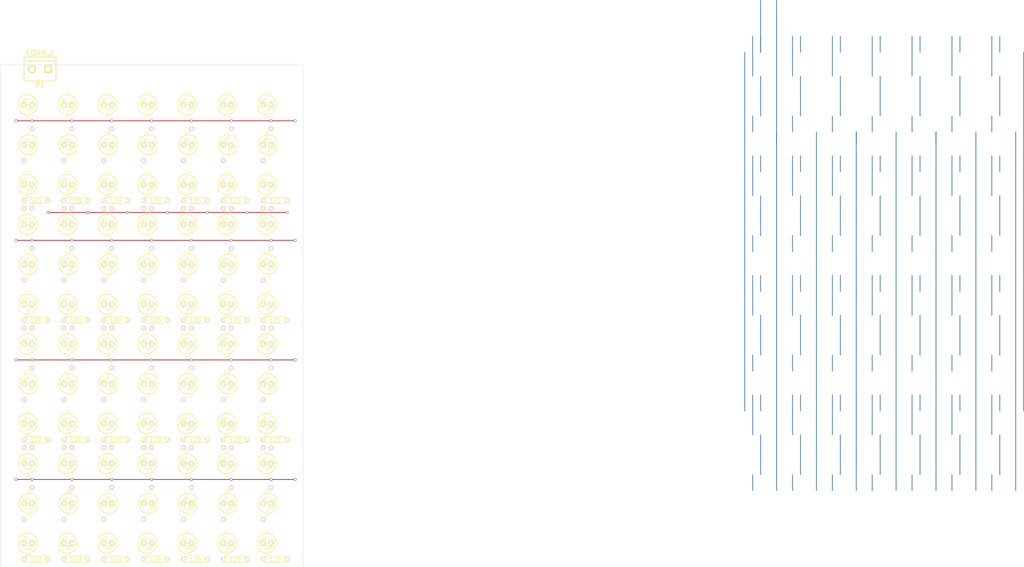
<source format=kicad_pcb>
(kicad_pcb (version 4) (host pcbnew "(2014-12-04 BZR 5312)-product")
  (title_block (title "LED Panels") (date "07 December 2014"))
  (layers (0 F.Cu signal) (31 B.Cu signal) (34 B.Paste user) (35 F.Paste user) (36 B.SilkS user) (37 F.SilkS user) (38 B.Mask user) (39 F.Mask user) (44 Edge.Cuts user))
  (net 0 "")
  (net 1 +12V)
  (net 2 GND)
  (net 3 N-000001)
  (net 4 N-0000010)
  (net 5 N-0000011)
  (net 6 N-0000012)
  (net 7 N-0000013)
  (net 8 N-0000014)
  (net 9 N-0000015)
  (net 10 N-0000016)
  (net 11 N-0000017)
  (net 12 N-0000018)
  (net 13 N-0000019)
  (net 14 N-000002)
  (net 15 N-0000020)
  (net 16 N-0000021)
  (net 17 N-0000022)
  (net 18 N-0000023)
  (net 19 N-0000024)
  (net 20 N-0000025)
  (net 21 N-0000026)
  (net 22 N-0000027)
  (net 23 N-0000028)
  (net 24 N-0000029)
  (net 25 N-000003)
  (net 26 N-0000030)
  (net 27 N-0000031)
  (net 28 N-0000032)
  (net 29 N-0000033)
  (net 30 N-0000034)
  (net 31 N-0000035)
  (net 32 N-0000036)
  (net 33 N-0000037)
  (net 34 N-0000038)
  (net 35 N-0000039)
  (net 36 N-000004)
  (net 37 N-0000040)
  (net 38 N-0000041)
  (net 39 N-0000042)
  (net 40 N-0000043)
  (net 41 N-0000044)
  (net 42 N-0000045)
  (net 43 N-0000047)
  (net 44 N-0000048)
  (net 45 N-0000049)
  (net 46 N-000005)
  (net 47 N-0000050)
  (net 48 N-0000051)
  (net 49 N-0000052)
  (net 50 N-0000053)
  (net 51 N-0000054)
  (net 52 N-0000055)
  (net 53 N-0000056)
  (net 54 N-0000057)
  (net 55 N-0000058)
  (net 56 N-0000059)
  (net 57 N-000006)
  (net 58 N-0000060)
  (net 59 N-0000061)
  (net 60 N-0000062)
  (net 61 N-0000063)
  (net 62 N-0000064)
  (net 63 N-0000065)
  (net 64 N-0000066)
  (net 65 N-0000067)
  (net 66 N-0000068)
  (net 67 N-0000069)
  (net 68 N-000007)
  (net 69 N-0000070)
  (net 70 N-0000071)
  (net 71 N-0000072)
  (net 72 N-0000073)
  (net 73 N-0000074)
  (net 74 N-0000075)
  (net 75 N-0000076)
  (net 76 N-0000077)
  (net 77 N-0000078)
  (net 78 N-0000079)
  (net 79 N-000008)
  (net 80 N-0000080)
  (net 81 N-0000081)
  (net 82 N-0000082)
  (net 83 N-0000083)
  (net 84 N-0000084)
  (net 85 N-0000085)
  (net 86 N-000009)
  (module LED-5MM (layer F.Cu) (at 64.77 83.82)
    (fp_text reference D2 (at 0 -3.81) (layer F.SilkS) (effects (font (size 0.762 0.762) (thickness 0.0889))))
    (fp_text value LED (at 0 3.81) (layer F.SilkS) (effects (font (size 0.762 0.762) (thickness 0.0889))))
    (pad 1 thru_hole circle (at -1.27 0) (size 1.6764 1.6764) (drill 0.8128) (layers *.Cu *.Mask F.SilkS) (net 43 N-0000047))
    (pad 2 thru_hole circle (at 1.27 0) (size 1.6764 1.6764) (drill 0.8128) (layers *.Cu *.Mask F.SilkS) (net 42 N-0000045))
  )
  (module LED-5MM (layer F.Cu) (at 140.97 83.82)
    (fp_text reference D20 (at 0 -3.81 90) (layer F.SilkS) (effects (font (size 0.762 0.762) (thickness 0.0889))))
    (fp_text value LED (at 0 3.81) (layer F.SilkS) (effects (font (size 0.762 0.762) (thickness 0.0889))))
    (pad 1 thru_hole circle (at -1.27 0) (size 1.6764 1.6764) (drill 0.8128) (layers *.Cu *.Mask F.SilkS) (net 40 N-0000043))
    (pad 2 thru_hole circle (at 1.27 0) (size 1.6764 1.6764) (drill 0.8128) (layers *.Cu *.Mask F.SilkS) (net 62 N-0000064))
  )
  (module LED-5MM (layer F.Cu) (at 128.27 96.52 180)
    (fp_text reference D18 (at 0 -3.81 180) (layer F.SilkS) (effects (font (size 0.762 0.762) (thickness 0.0889))))
    (fp_text value LED (at 0 3.81 180) (layer F.SilkS) (effects (font (size 0.762 0.762) (thickness 0.0889))))
    (pad 1 thru_hole circle (at -1.27 0 180) (size 1.6764 1.6764) (drill 0.8128) (layers *.Cu *.Mask F.SilkS) (net 59 N-0000061))
    (pad 2 thru_hole circle (at 1.27 0 180) (size 1.6764 1.6764) (drill 0.8128) (layers *.Cu *.Mask F.SilkS) (net 58 N-0000060))
  )
  (module LED-5MM (layer F.Cu) (at 128.27 71.12 180)
    (fp_text reference D16 (at 0 -3.81 180) (layer F.SilkS) (effects (font (size 0.762 0.762) (thickness 0.0889))))
    (fp_text value LED (at 0 3.81 180) (layer F.SilkS) (effects (font (size 0.762 0.762) (thickness 0.0889))))
    (pad 1 thru_hole circle (at -1.27 0 180) (size 1.6764 1.6764) (drill 0.8128) (layers *.Cu *.Mask F.SilkS) (net 1 +12V))
    (pad 2 thru_hole circle (at 1.27 0 180) (size 1.6764 1.6764) (drill 0.8128) (layers *.Cu *.Mask F.SilkS) (net 60 N-0000062))
  )
  (module LED-5MM (layer F.Cu) (at 115.57 83.82)
    (fp_text reference D14 (at 0 -3.81) (layer F.SilkS) (effects (font (size 0.762 0.762) (thickness 0.0889))))
    (fp_text value LED (at 0 3.81) (layer F.SilkS) (effects (font (size 0.762 0.762) (thickness 0.0889))))
    (pad 1 thru_hole circle (at -1.27 0) (size 1.6764 1.6764) (drill 0.8128) (layers *.Cu *.Mask F.SilkS) (net 56 N-0000059))
    (pad 2 thru_hole circle (at 1.27 0) (size 1.6764 1.6764) (drill 0.8128) (layers *.Cu *.Mask F.SilkS) (net 55 N-0000058))
  )
  (module LED-5MM (layer F.Cu) (at 102.87 96.52 180)
    (fp_text reference D12 (at 0 -3.81 180) (layer F.SilkS) (effects (font (size 0.762 0.762) (thickness 0.0889))))
    (fp_text value LED (at 0 3.81 180) (layer F.SilkS) (effects (font (size 0.762 0.762) (thickness 0.0889))))
    (pad 1 thru_hole circle (at -1.27 0 180) (size 1.6764 1.6764) (drill 0.8128) (layers *.Cu *.Mask F.SilkS) (net 52 N-0000055))
    (pad 2 thru_hole circle (at 1.27 0 180) (size 1.6764 1.6764) (drill 0.8128) (layers *.Cu *.Mask F.SilkS) (net 51 N-0000054))
  )
  (module LED-5MM (layer F.Cu) (at 102.87 71.12 180)
    (fp_text reference D10 (at 0 -3.81 180) (layer F.SilkS) (effects (font (size 0.762 0.762) (thickness 0.0889))))
    (fp_text value LED (at 0 3.81 180) (layer F.SilkS) (effects (font (size 0.762 0.762) (thickness 0.0889))))
    (pad 1 thru_hole circle (at -1.27 0 180) (size 1.6764 1.6764) (drill 0.8128) (layers *.Cu *.Mask F.SilkS) (net 1 +12V))
    (pad 2 thru_hole circle (at 1.27 0 180) (size 1.6764 1.6764) (drill 0.8128) (layers *.Cu *.Mask F.SilkS) (net 53 N-0000056))
  )
  (module LED-5MM (layer F.Cu) (at 90.17 83.82)
    (fp_text reference D8 (at 0 -3.81) (layer F.SilkS) (effects (font (size 0.762 0.762) (thickness 0.0889))))
    (fp_text value LED (at 0 3.81) (layer F.SilkS) (effects (font (size 0.762 0.762) (thickness 0.0889))))
    (pad 1 thru_hole circle (at -1.27 0) (size 1.6764 1.6764) (drill 0.8128) (layers *.Cu *.Mask F.SilkS) (net 50 N-0000053))
    (pad 2 thru_hole circle (at 1.27 0) (size 1.6764 1.6764) (drill 0.8128) (layers *.Cu *.Mask F.SilkS) (net 49 N-0000052))
  )
  (module LED-5MM (layer F.Cu) (at 77.47 96.52 180)
    (fp_text reference D6 (at 0 -3.81 180) (layer F.SilkS) (effects (font (size 0.762 0.762) (thickness 0.0889))))
    (fp_text value LED (at 0 3.81 180) (layer F.SilkS) (effects (font (size 0.762 0.762) (thickness 0.0889))))
    (pad 1 thru_hole circle (at -1.27 0 180) (size 1.6764 1.6764) (drill 0.8128) (layers *.Cu *.Mask F.SilkS) (net 45 N-0000049))
    (pad 2 thru_hole circle (at 1.27 0 180) (size 1.6764 1.6764) (drill 0.8128) (layers *.Cu *.Mask F.SilkS) (net 44 N-0000048))
  )
  (module LED-5MM (layer F.Cu) (at 77.47 71.12 180)
    (fp_text reference D4 (at 0 -3.81 180) (layer F.SilkS) (effects (font (size 0.762 0.762) (thickness 0.0889))))
    (fp_text value LED (at 0 3.81 180) (layer F.SilkS) (effects (font (size 0.762 0.762) (thickness 0.0889))))
    (pad 1 thru_hole circle (at -1.27 0 180) (size 1.6764 1.6764) (drill 0.8128) (layers *.Cu *.Mask F.SilkS) (net 1 +12V))
    (pad 2 thru_hole circle (at 1.27 0 180) (size 1.6764 1.6764) (drill 0.8128) (layers *.Cu *.Mask F.SilkS) (net 47 N-0000050))
  )
  (module LED-5MM (layer F.Cu) (at 64.77 71.12 180)
    (fp_text reference D1 (at 0 -3.81 180) (layer F.SilkS) (effects (font (size 0.762 0.762) (thickness 0.0889))))
    (fp_text value LED (at 0 3.81 180) (layer F.SilkS) (effects (font (size 0.762 0.762) (thickness 0.0889))))
    (pad 1 thru_hole circle (at -1.27 0 180) (size 1.6764 1.6764) (drill 0.8128) (layers *.Cu *.Mask F.SilkS) (net 1 +12V))
    (pad 2 thru_hole circle (at 1.27 0 180) (size 1.6764 1.6764) (drill 0.8128) (layers *.Cu *.Mask F.SilkS) (net 43 N-0000047))
  )
  (module LED-5MM (layer F.Cu) (at 140.97 96.52 180)
    (fp_text reference D21 (at 0 -3.81 180) (layer F.SilkS) (effects (font (size 0.762 0.762) (thickness 0.0889))))
    (fp_text value LED (at 0 3.81 180) (layer F.SilkS) (effects (font (size 0.762 0.762) (thickness 0.0889))))
    (pad 1 thru_hole circle (at -1.27 0 180) (size 1.6764 1.6764) (drill 0.8128) (layers *.Cu *.Mask F.SilkS) (net 62 N-0000064))
    (pad 2 thru_hole circle (at 1.27 0 180) (size 1.6764 1.6764) (drill 0.8128) (layers *.Cu *.Mask F.SilkS) (net 61 N-0000063))
  )
  (module LED-5MM (layer F.Cu) (at 140.97 71.12 180)
    (fp_text reference D19 (at 0 -3.81 180) (layer F.SilkS) (effects (font (size 0.762 0.762) (thickness 0.0889))))
    (fp_text value LED (at 0 3.81 180) (layer F.SilkS) (effects (font (size 0.762 0.762) (thickness 0.0889))))
    (pad 1 thru_hole circle (at -1.27 0 180) (size 1.6764 1.6764) (drill 0.8128) (layers *.Cu *.Mask F.SilkS) (net 1 +12V))
    (pad 2 thru_hole circle (at 1.27 0 180) (size 1.6764 1.6764) (drill 0.8128) (layers *.Cu *.Mask F.SilkS) (net 40 N-0000043))
  )
  (module LED-5MM (layer F.Cu) (at 128.27 83.82)
    (fp_text reference D17 (at 0 -3.81) (layer F.SilkS) (effects (font (size 0.762 0.762) (thickness 0.0889))))
    (fp_text value LED (at 0 3.81) (layer F.SilkS) (effects (font (size 0.762 0.762) (thickness 0.0889))))
    (pad 1 thru_hole circle (at -1.27 0) (size 1.6764 1.6764) (drill 0.8128) (layers *.Cu *.Mask F.SilkS) (net 60 N-0000062))
    (pad 2 thru_hole circle (at 1.27 0) (size 1.6764 1.6764) (drill 0.8128) (layers *.Cu *.Mask F.SilkS) (net 59 N-0000061))
  )
  (module LED-5MM (layer F.Cu) (at 115.57 96.52 180)
    (fp_text reference D15 (at 0 -3.81 180) (layer F.SilkS) (effects (font (size 0.762 0.762) (thickness 0.0889))))
    (fp_text value LED (at 0 3.81 180) (layer F.SilkS) (effects (font (size 0.762 0.762) (thickness 0.0889))))
    (pad 1 thru_hole circle (at -1.27 0 180) (size 1.6764 1.6764) (drill 0.8128) (layers *.Cu *.Mask F.SilkS) (net 55 N-0000058))
    (pad 2 thru_hole circle (at 1.27 0 180) (size 1.6764 1.6764) (drill 0.8128) (layers *.Cu *.Mask F.SilkS) (net 54 N-0000057))
  )
  (module LED-5MM (layer F.Cu) (at 115.57 71.12 180)
    (fp_text reference D13 (at 0 -3.81 180) (layer F.SilkS) (effects (font (size 0.762 0.762) (thickness 0.0889))))
    (fp_text value LED (at 0 3.81 180) (layer F.SilkS) (effects (font (size 0.762 0.762) (thickness 0.0889))))
    (pad 1 thru_hole circle (at -1.27 0 180) (size 1.6764 1.6764) (drill 0.8128) (layers *.Cu *.Mask F.SilkS) (net 1 +12V))
    (pad 2 thru_hole circle (at 1.27 0 180) (size 1.6764 1.6764) (drill 0.8128) (layers *.Cu *.Mask F.SilkS) (net 56 N-0000059))
  )
  (module LED-5MM (layer F.Cu) (at 102.87 83.82)
    (fp_text reference D11 (at 0 -3.81) (layer F.SilkS) (effects (font (size 0.762 0.762) (thickness 0.0889))))
    (fp_text value LED (at 0 3.81) (layer F.SilkS) (effects (font (size 0.762 0.762) (thickness 0.0889))))
    (pad 1 thru_hole circle (at -1.27 0) (size 1.6764 1.6764) (drill 0.8128) (layers *.Cu *.Mask F.SilkS) (net 53 N-0000056))
    (pad 2 thru_hole circle (at 1.27 0) (size 1.6764 1.6764) (drill 0.8128) (layers *.Cu *.Mask F.SilkS) (net 52 N-0000055))
  )
  (module LED-5MM (layer F.Cu) (at 90.17 96.52 180)
    (fp_text reference D9 (at 0 -3.81 180) (layer F.SilkS) (effects (font (size 0.762 0.762) (thickness 0.0889))))
    (fp_text value LED (at 0 3.81 180) (layer F.SilkS) (effects (font (size 0.762 0.762) (thickness 0.0889))))
    (pad 1 thru_hole circle (at -1.27 0 180) (size 1.6764 1.6764) (drill 0.8128) (layers *.Cu *.Mask F.SilkS) (net 49 N-0000052))
    (pad 2 thru_hole circle (at 1.27 0 180) (size 1.6764 1.6764) (drill 0.8128) (layers *.Cu *.Mask F.SilkS) (net 48 N-0000051))
  )
  (module LED-5MM (layer F.Cu) (at 90.17 71.12 180)
    (fp_text reference D7 (at 0 -3.81 180) (layer F.SilkS) (effects (font (size 0.762 0.762) (thickness 0.0889))))
    (fp_text value LED (at 0 3.81 180) (layer F.SilkS) (effects (font (size 0.762 0.762) (thickness 0.0889))))
    (pad 1 thru_hole circle (at -1.27 0 180) (size 1.6764 1.6764) (drill 0.8128) (layers *.Cu *.Mask F.SilkS) (net 1 +12V))
    (pad 2 thru_hole circle (at 1.27 0 180) (size 1.6764 1.6764) (drill 0.8128) (layers *.Cu *.Mask F.SilkS) (net 50 N-0000053))
  )
  (module LED-5MM (layer F.Cu) (at 77.47 83.82)
    (fp_text reference D5 (at 0 -3.81) (layer F.SilkS) (effects (font (size 0.762 0.762) (thickness 0.0889))))
    (fp_text value LED (at 0 3.81) (layer F.SilkS) (effects (font (size 0.762 0.762) (thickness 0.0889))))
    (pad 1 thru_hole circle (at -1.27 0) (size 1.6764 1.6764) (drill 0.8128) (layers *.Cu *.Mask F.SilkS) (net 47 N-0000050))
    (pad 2 thru_hole circle (at 1.27 0) (size 1.6764 1.6764) (drill 0.8128) (layers *.Cu *.Mask F.SilkS) (net 45 N-0000049))
  )
  (module LED-5MM (layer F.Cu) (at 64.77 96.52 180)
    (fp_text reference D3 (at 0 -3.81 180) (layer F.SilkS) (effects (font (size 0.762 0.762) (thickness 0.0889))))
    (fp_text value LED (at 0 3.81 180) (layer F.SilkS) (effects (font (size 0.762 0.762) (thickness 0.0889))))
    (pad 1 thru_hole circle (at -1.27 0 180) (size 1.6764 1.6764) (drill 0.8128) (layers *.Cu *.Mask F.SilkS) (net 42 N-0000045))
    (pad 2 thru_hole circle (at 1.27 0 180) (size 1.6764 1.6764) (drill 0.8128) (layers *.Cu *.Mask F.SilkS) (net 41 N-0000044))
  )
  (module R3 (layer F.Cu) (at 67.31 101.6)
    (fp_text reference R1 hide)
    (fp_text value 120 (at 0 0.127) (layer F.SilkS) (effects (font (size 1.397 1.27) (thickness 0.2032))))
    (pad 1 thru_hole circle (at -3.81 0) (size 1.397 1.397) (drill 0.8128) (layers *.Cu *.Mask F.SilkS) (net 41 N-0000044))
    (pad 2 thru_hole circle (at 3.81 0) (size 1.397 1.397) (drill 0.8128) (layers *.Cu *.Mask F.SilkS) (net 2 GND))
  )
  (module R3 (layer F.Cu) (at 80.01 101.6)
    (fp_text reference R2 hide)
    (fp_text value 120 (at 0 0.127) (layer F.SilkS) (effects (font (size 1.397 1.27) (thickness 0.2032))))
    (pad 1 thru_hole circle (at -3.81 0) (size 1.397 1.397) (drill 0.8128) (layers *.Cu *.Mask F.SilkS) (net 44 N-0000048))
    (pad 2 thru_hole circle (at 3.81 0) (size 1.397 1.397) (drill 0.8128) (layers *.Cu *.Mask F.SilkS) (net 2 GND))
  )
  (module R3 (layer F.Cu) (at 92.71 101.6)
    (fp_text reference R3 hide)
    (fp_text value 120 (at 0 0.127) (layer F.SilkS) (effects (font (size 1.397 1.27) (thickness 0.2032))))
    (pad 1 thru_hole circle (at -3.81 0) (size 1.397 1.397) (drill 0.8128) (layers *.Cu *.Mask F.SilkS) (net 48 N-0000051))
    (pad 2 thru_hole circle (at 3.81 0) (size 1.397 1.397) (drill 0.8128) (layers *.Cu *.Mask F.SilkS) (net 2 GND))
  )
  (module R3 (layer F.Cu) (at 105.41 101.6)
    (fp_text reference R4 hide)
    (fp_text value 120 (at 0 0.127) (layer F.SilkS) (effects (font (size 1.397 1.27) (thickness 0.2032))))
    (pad 1 thru_hole circle (at -3.81 0) (size 1.397 1.397) (drill 0.8128) (layers *.Cu *.Mask F.SilkS) (net 51 N-0000054))
    (pad 2 thru_hole circle (at 3.81 0) (size 1.397 1.397) (drill 0.8128) (layers *.Cu *.Mask F.SilkS) (net 2 GND))
  )
  (module R3 (layer F.Cu) (at 118.11 101.6)
    (fp_text reference R5 hide)
    (fp_text value 120 (at 0 0.127) (layer F.SilkS) (effects (font (size 1.397 1.27) (thickness 0.2032))))
    (pad 1 thru_hole circle (at -3.81 0) (size 1.397 1.397) (drill 0.8128) (layers *.Cu *.Mask F.SilkS) (net 54 N-0000057))
    (pad 2 thru_hole circle (at 3.81 0) (size 1.397 1.397) (drill 0.8128) (layers *.Cu *.Mask F.SilkS) (net 2 GND))
  )
  (module R3 (layer F.Cu) (at 130.81 101.6)
    (fp_text reference R6 hide)
    (fp_text value 120 (at 0 0.127) (layer F.SilkS) (effects (font (size 1.397 1.27) (thickness 0.2032))))
    (pad 1 thru_hole circle (at -3.81 0) (size 1.397 1.397) (drill 0.8128) (layers *.Cu *.Mask F.SilkS) (net 58 N-0000060))
    (pad 2 thru_hole circle (at 3.81 0) (size 1.397 1.397) (drill 0.8128) (layers *.Cu *.Mask F.SilkS) (net 2 GND))
  )
  (module R3 (layer F.Cu) (at 143.51 101.6)
    (fp_text reference R7 hide)
    (fp_text value 120 (at 0 0.127) (layer F.SilkS) (effects (font (size 1.397 1.27) (thickness 0.2032))))
    (pad 1 thru_hole circle (at -3.81 0) (size 1.397 1.397) (drill 0.8128) (layers *.Cu *.Mask F.SilkS) (net 61 N-0000063))
    (pad 2 thru_hole circle (at 3.81 0) (size 1.397 1.397) (drill 0.8128) (layers *.Cu *.Mask F.SilkS) (net 2 GND))
  )
  (module bornier2 (layer F.Cu) (at 68.58 59.69 180)
    (fp_text reference P1 (at 0 -5.08 180) (layer F.SilkS) (effects (font (thickness 0.3048))))
    (fp_text value CONN_2 (at 0 5.08 180) (layer F.SilkS) (effects (font (thickness 0.3048))))
    (pad 1 thru_hole rect (at -2.54 0 180) (size 2.54 2.54) (drill 1.524) (layers *.Cu *.Mask F.SilkS) (net 2 GND))
    (pad 2 thru_hole circle (at 2.54 0 180) (size 2.54 2.54) (drill 1.524) (layers *.Cu *.Mask F.SilkS) (net 1 +12V))
  )
  (module R3 (layer F.Cu) (at 118.11 177.8)
    (fp_text reference R19 hide)
    (fp_text value 120 (at 0 0.127) (layer F.SilkS) (effects (font (size 1.397 1.27) (thickness 0.2032))))
    (pad 1 thru_hole circle (at -3.81 0) (size 1.397 1.397) (drill 0.8128) (layers *.Cu *.Mask F.SilkS) (net 12 N-0000018))
    (pad 2 thru_hole circle (at 3.81 0) (size 1.397 1.397) (drill 0.8128) (layers *.Cu *.Mask F.SilkS) (net 2 GND))
  )
  (module R3 (layer F.Cu) (at 105.41 177.8)
    (fp_text reference R18 hide)
    (fp_text value 120 (at 0 0.127) (layer F.SilkS) (effects (font (size 1.397 1.27) (thickness 0.2032))))
    (pad 1 thru_hole circle (at -3.81 0) (size 1.397 1.397) (drill 0.8128) (layers *.Cu *.Mask F.SilkS) (net 9 N-0000015))
    (pad 2 thru_hole circle (at 3.81 0) (size 1.397 1.397) (drill 0.8128) (layers *.Cu *.Mask F.SilkS) (net 2 GND))
  )
  (module R3 (layer F.Cu) (at 92.71 215.9)
    (fp_text reference R24 hide)
    (fp_text value 120 (at 0 0.127) (layer F.SilkS) (effects (font (size 1.397 1.27) (thickness 0.2032))))
    (pad 1 thru_hole circle (at -3.81 0) (size 1.397 1.397) (drill 0.8128) (layers *.Cu *.Mask F.SilkS) (net 33 N-0000037))
    (pad 2 thru_hole circle (at 3.81 0) (size 1.397 1.397) (drill 0.8128) (layers *.Cu *.Mask F.SilkS) (net 2 GND))
  )
  (module R3 (layer F.Cu) (at 118.11 139.7)
    (fp_text reference R12 hide)
    (fp_text value 120 (at 0 0.127) (layer F.SilkS) (effects (font (size 1.397 1.27) (thickness 0.2032))))
    (pad 1 thru_hole circle (at -3.81 0) (size 1.397 1.397) (drill 0.8128) (layers *.Cu *.Mask F.SilkS) (net 78 N-0000079))
    (pad 2 thru_hole circle (at 3.81 0) (size 1.397 1.397) (drill 0.8128) (layers *.Cu *.Mask F.SilkS) (net 2 GND))
  )
  (module R3 (layer F.Cu) (at 92.71 177.8)
    (fp_text reference R17 hide)
    (fp_text value 120 (at 0 0.127) (layer F.SilkS) (effects (font (size 1.397 1.27) (thickness 0.2032))))
    (pad 1 thru_hole circle (at -3.81 0) (size 1.397 1.397) (drill 0.8128) (layers *.Cu *.Mask F.SilkS) (net 6 N-0000012))
    (pad 2 thru_hole circle (at 3.81 0) (size 1.397 1.397) (drill 0.8128) (layers *.Cu *.Mask F.SilkS) (net 2 GND))
  )
  (module R3 (layer F.Cu) (at 80.01 215.9)
    (fp_text reference R23 hide)
    (fp_text value 120 (at 0 0.127) (layer F.SilkS) (effects (font (size 1.397 1.27) (thickness 0.2032))))
    (pad 1 thru_hole circle (at -3.81 0) (size 1.397 1.397) (drill 0.8128) (layers *.Cu *.Mask F.SilkS) (net 30 N-0000034))
    (pad 2 thru_hole circle (at 3.81 0) (size 1.397 1.397) (drill 0.8128) (layers *.Cu *.Mask F.SilkS) (net 2 GND))
  )
  (module R3 (layer F.Cu) (at 105.41 215.9)
    (fp_text reference R25 hide)
    (fp_text value 120 (at 0 0.127) (layer F.SilkS) (effects (font (size 1.397 1.27) (thickness 0.2032))))
    (pad 1 thru_hole circle (at -3.81 0) (size 1.397 1.397) (drill 0.8128) (layers *.Cu *.Mask F.SilkS) (net 37 N-0000040))
    (pad 2 thru_hole circle (at 3.81 0) (size 1.397 1.397) (drill 0.8128) (layers *.Cu *.Mask F.SilkS) (net 2 GND))
  )
  (module R3 (layer F.Cu) (at 130.81 139.7)
    (fp_text reference R13 hide)
    (fp_text value 120 (at 0 0.127) (layer F.SilkS) (effects (font (size 1.397 1.27) (thickness 0.2032))))
    (pad 1 thru_hole circle (at -3.81 0) (size 1.397 1.397) (drill 0.8128) (layers *.Cu *.Mask F.SilkS) (net 82 N-0000082))
    (pad 2 thru_hole circle (at 3.81 0) (size 1.397 1.397) (drill 0.8128) (layers *.Cu *.Mask F.SilkS) (net 2 GND))
  )
  (module R3 (layer F.Cu) (at 67.31 215.9)
    (fp_text reference R22 hide)
    (fp_text value 120 (at 0 0.127) (layer F.SilkS) (effects (font (size 1.397 1.27) (thickness 0.2032))))
    (pad 1 thru_hole circle (at -3.81 0) (size 1.397 1.397) (drill 0.8128) (layers *.Cu *.Mask F.SilkS) (net 27 N-0000031))
    (pad 2 thru_hole circle (at 3.81 0) (size 1.397 1.397) (drill 0.8128) (layers *.Cu *.Mask F.SilkS) (net 2 GND))
  )
  (module R3 (layer F.Cu) (at 143.51 139.7)
    (fp_text reference R14 hide)
    (fp_text value 120 (at 0 0.127) (layer F.SilkS) (effects (font (size 1.397 1.27) (thickness 0.2032))))
    (pad 1 thru_hole circle (at -3.81 0) (size 1.397 1.397) (drill 0.8128) (layers *.Cu *.Mask F.SilkS) (net 85 N-0000085))
    (pad 2 thru_hole circle (at 3.81 0) (size 1.397 1.397) (drill 0.8128) (layers *.Cu *.Mask F.SilkS) (net 2 GND))
  )
  (module R3 (layer F.Cu) (at 80.01 177.8)
    (fp_text reference R16 hide)
    (fp_text value 120 (at 0 0.127) (layer F.SilkS) (effects (font (size 1.397 1.27) (thickness 0.2032))))
    (pad 1 thru_hole circle (at -3.81 0) (size 1.397 1.397) (drill 0.8128) (layers *.Cu *.Mask F.SilkS) (net 86 N-000009))
    (pad 2 thru_hole circle (at 3.81 0) (size 1.397 1.397) (drill 0.8128) (layers *.Cu *.Mask F.SilkS) (net 2 GND))
  )
  (module R3 (layer F.Cu) (at 67.31 139.7)
    (fp_text reference R8 hide)
    (fp_text value 120 (at 0 0.127) (layer F.SilkS) (effects (font (size 1.397 1.27) (thickness 0.2032))))
    (pad 1 thru_hole circle (at -3.81 0) (size 1.397 1.397) (drill 0.8128) (layers *.Cu *.Mask F.SilkS) (net 65 N-0000067))
    (pad 2 thru_hole circle (at 3.81 0) (size 1.397 1.397) (drill 0.8128) (layers *.Cu *.Mask F.SilkS) (net 2 GND))
  )
  (module R3 (layer F.Cu) (at 143.51 215.9)
    (fp_text reference R28 hide)
    (fp_text value 120 (at 0 0.127) (layer F.SilkS) (effects (font (size 1.397 1.27) (thickness 0.2032))))
    (pad 1 thru_hole circle (at -3.81 0) (size 1.397 1.397) (drill 0.8128) (layers *.Cu *.Mask F.SilkS) (net 23 N-0000028))
    (pad 2 thru_hole circle (at 3.81 0) (size 1.397 1.397) (drill 0.8128) (layers *.Cu *.Mask F.SilkS) (net 2 GND))
  )
  (module R3 (layer F.Cu) (at 67.31 177.8)
    (fp_text reference R15 hide)
    (fp_text value 120 (at 0 0.127) (layer F.SilkS) (effects (font (size 1.397 1.27) (thickness 0.2032))))
    (pad 1 thru_hole circle (at -3.81 0) (size 1.397 1.397) (drill 0.8128) (layers *.Cu *.Mask F.SilkS) (net 57 N-000006))
    (pad 2 thru_hole circle (at 3.81 0) (size 1.397 1.397) (drill 0.8128) (layers *.Cu *.Mask F.SilkS) (net 2 GND))
  )
  (module R3 (layer F.Cu) (at 105.41 139.7)
    (fp_text reference R11 hide)
    (fp_text value 120 (at 0 0.127) (layer F.SilkS) (effects (font (size 1.397 1.27) (thickness 0.2032))))
    (pad 1 thru_hole circle (at -3.81 0) (size 1.397 1.397) (drill 0.8128) (layers *.Cu *.Mask F.SilkS) (net 75 N-0000076))
    (pad 2 thru_hole circle (at 3.81 0) (size 1.397 1.397) (drill 0.8128) (layers *.Cu *.Mask F.SilkS) (net 2 GND))
  )
  (module R3 (layer F.Cu) (at 80.01 139.7)
    (fp_text reference R9 hide)
    (fp_text value 120 (at 0 0.127) (layer F.SilkS) (effects (font (size 1.397 1.27) (thickness 0.2032))))
    (pad 1 thru_hole circle (at -3.81 0) (size 1.397 1.397) (drill 0.8128) (layers *.Cu *.Mask F.SilkS) (net 69 N-0000070))
    (pad 2 thru_hole circle (at 3.81 0) (size 1.397 1.397) (drill 0.8128) (layers *.Cu *.Mask F.SilkS) (net 2 GND))
  )
  (module R3 (layer F.Cu) (at 130.81 215.9)
    (fp_text reference R27 hide)
    (fp_text value 120 (at 0 0.127) (layer F.SilkS) (effects (font (size 1.397 1.27) (thickness 0.2032))))
    (pad 1 thru_hole circle (at -3.81 0) (size 1.397 1.397) (drill 0.8128) (layers *.Cu *.Mask F.SilkS) (net 20 N-0000025))
    (pad 2 thru_hole circle (at 3.81 0) (size 1.397 1.397) (drill 0.8128) (layers *.Cu *.Mask F.SilkS) (net 2 GND))
  )
  (module R3 (layer F.Cu) (at 118.11 215.9)
    (fp_text reference R26 hide)
    (fp_text value 120 (at 0 0.127) (layer F.SilkS) (effects (font (size 1.397 1.27) (thickness 0.2032))))
    (pad 1 thru_hole circle (at -3.81 0) (size 1.397 1.397) (drill 0.8128) (layers *.Cu *.Mask F.SilkS) (net 39 N-0000042))
    (pad 2 thru_hole circle (at 3.81 0) (size 1.397 1.397) (drill 0.8128) (layers *.Cu *.Mask F.SilkS) (net 2 GND))
  )
  (module R3 (layer F.Cu) (at 143.51 177.8)
    (fp_text reference R21 hide)
    (fp_text value 120 (at 0 0.127) (layer F.SilkS) (effects (font (size 1.397 1.27) (thickness 0.2032))))
    (pad 1 thru_hole circle (at -3.81 0) (size 1.397 1.397) (drill 0.8128) (layers *.Cu *.Mask F.SilkS) (net 25 N-000003))
    (pad 2 thru_hole circle (at 3.81 0) (size 1.397 1.397) (drill 0.8128) (layers *.Cu *.Mask F.SilkS) (net 2 GND))
  )
  (module R3 (layer F.Cu) (at 92.71 139.7)
    (fp_text reference R10 hide)
    (fp_text value 120 (at 0 0.127) (layer F.SilkS) (effects (font (size 1.397 1.27) (thickness 0.2032))))
    (pad 1 thru_hole circle (at -3.81 0) (size 1.397 1.397) (drill 0.8128) (layers *.Cu *.Mask F.SilkS) (net 72 N-0000073))
    (pad 2 thru_hole circle (at 3.81 0) (size 1.397 1.397) (drill 0.8128) (layers *.Cu *.Mask F.SilkS) (net 2 GND))
  )
  (module R3 (layer F.Cu) (at 130.81 177.8)
    (fp_text reference R20 hide)
    (fp_text value 120 (at 0 0.127) (layer F.SilkS) (effects (font (size 1.397 1.27) (thickness 0.2032))))
    (pad 1 thru_hole circle (at -3.81 0) (size 1.397 1.397) (drill 0.8128) (layers *.Cu *.Mask F.SilkS) (net 16 N-0000021))
    (pad 2 thru_hole circle (at 3.81 0) (size 1.397 1.397) (drill 0.8128) (layers *.Cu *.Mask F.SilkS) (net 2 GND))
  )
  (module LED-5MM (layer F.Cu) (at 128.27 172.72 180)
    (fp_text reference D60 (at 0 -3.81 180) (layer F.SilkS) (effects (font (size 0.762 0.762) (thickness 0.0889))))
    (fp_text value LED (at 0 3.81 180) (layer F.SilkS) (effects (font (size 0.762 0.762) (thickness 0.0889))))
    (pad 1 thru_hole circle (at -1.27 0 180) (size 1.6764 1.6764) (drill 0.8128) (layers *.Cu *.Mask F.SilkS) (net 5 N-0000011))
    (pad 2 thru_hole circle (at 1.27 0 180) (size 1.6764 1.6764) (drill 0.8128) (layers *.Cu *.Mask F.SilkS) (net 16 N-0000021))
  )
  (module LED-5MM (layer F.Cu) (at 115.57 210.82 180)
    (fp_text reference D78 (at 0 -3.81 180) (layer F.SilkS) (effects (font (size 0.762 0.762) (thickness 0.0889))))
    (fp_text value LED (at 0 3.81 180) (layer F.SilkS) (effects (font (size 0.762 0.762) (thickness 0.0889))))
    (pad 1 thru_hole circle (at -1.27 0 180) (size 1.6764 1.6764) (drill 0.8128) (layers *.Cu *.Mask F.SilkS) (net 29 N-0000033))
    (pad 2 thru_hole circle (at 1.27 0 180) (size 1.6764 1.6764) (drill 0.8128) (layers *.Cu *.Mask F.SilkS) (net 39 N-0000042))
  )
  (module LED-5MM (layer F.Cu) (at 90.17 185.42 180)
    (fp_text reference D70 (at 0 -3.81 180) (layer F.SilkS) (effects (font (size 0.762 0.762) (thickness 0.0889))))
    (fp_text value LED (at 0 3.81 180) (layer F.SilkS) (effects (font (size 0.762 0.762) (thickness 0.0889))))
    (pad 1 thru_hole circle (at -1.27 0 180) (size 1.6764 1.6764) (drill 0.8128) (layers *.Cu *.Mask F.SilkS) (net 1 +12V))
    (pad 2 thru_hole circle (at 1.27 0 180) (size 1.6764 1.6764) (drill 0.8128) (layers *.Cu *.Mask F.SilkS) (net 35 N-0000039))
  )
  (module LED-5MM (layer F.Cu) (at 102.87 210.82 180)
    (fp_text reference D75 (at 0 -3.81 180) (layer F.SilkS) (effects (font (size 0.762 0.762) (thickness 0.0889))))
    (fp_text value LED (at 0 3.81 180) (layer F.SilkS) (effects (font (size 0.762 0.762) (thickness 0.0889))))
    (pad 1 thru_hole circle (at -1.27 0 180) (size 1.6764 1.6764) (drill 0.8128) (layers *.Cu *.Mask F.SilkS) (net 38 N-0000041))
    (pad 2 thru_hole circle (at 1.27 0 180) (size 1.6764 1.6764) (drill 0.8128) (layers *.Cu *.Mask F.SilkS) (net 37 N-0000040))
  )
  (module LED-5MM (layer F.Cu) (at 115.57 160.02)
    (fp_text reference D56 (at 0 -3.81) (layer F.SilkS) (effects (font (size 0.762 0.762) (thickness 0.0889))))
    (fp_text value LED (at 0 3.81) (layer F.SilkS) (effects (font (size 0.762 0.762) (thickness 0.0889))))
    (pad 1 thru_hole circle (at -1.27 0) (size 1.6764 1.6764) (drill 0.8128) (layers *.Cu *.Mask F.SilkS) (net 15 N-0000020))
    (pad 2 thru_hole circle (at 1.27 0) (size 1.6764 1.6764) (drill 0.8128) (layers *.Cu *.Mask F.SilkS) (net 13 N-0000019))
  )
  (module LED-5MM (layer F.Cu) (at 102.87 198.12)
    (fp_text reference D74 (at 0 -3.81) (layer F.SilkS) (effects (font (size 0.762 0.762) (thickness 0.0889))))
    (fp_text value LED (at 0 3.81) (layer F.SilkS) (effects (font (size 0.762 0.762) (thickness 0.0889))))
    (pad 1 thru_hole circle (at -1.27 0) (size 1.6764 1.6764) (drill 0.8128) (layers *.Cu *.Mask F.SilkS) (net 17 N-0000022))
    (pad 2 thru_hole circle (at 1.27 0) (size 1.6764 1.6764) (drill 0.8128) (layers *.Cu *.Mask F.SilkS) (net 38 N-0000041))
  )
  (module LED-5MM (layer F.Cu) (at 102.87 185.42 180)
    (fp_text reference D73 (at 0 -3.81 180) (layer F.SilkS) (effects (font (size 0.762 0.762) (thickness 0.0889))))
    (fp_text value LED (at 0 3.81 180) (layer F.SilkS) (effects (font (size 0.762 0.762) (thickness 0.0889))))
    (pad 1 thru_hole circle (at -1.27 0 180) (size 1.6764 1.6764) (drill 0.8128) (layers *.Cu *.Mask F.SilkS) (net 1 +12V))
    (pad 2 thru_hole circle (at 1.27 0 180) (size 1.6764 1.6764) (drill 0.8128) (layers *.Cu *.Mask F.SilkS) (net 17 N-0000022))
  )
  (module LED-5MM (layer F.Cu) (at 115.57 147.32 180)
    (fp_text reference D55 (at 0 -3.81 180) (layer F.SilkS) (effects (font (size 0.762 0.762) (thickness 0.0889))))
    (fp_text value LED (at 0 3.81 180) (layer F.SilkS) (effects (font (size 0.762 0.762) (thickness 0.0889))))
    (pad 1 thru_hole circle (at -1.27 0 180) (size 1.6764 1.6764) (drill 0.8128) (layers *.Cu *.Mask F.SilkS) (net 1 +12V))
    (pad 2 thru_hole circle (at 1.27 0 180) (size 1.6764 1.6764) (drill 0.8128) (layers *.Cu *.Mask F.SilkS) (net 15 N-0000020))
  )
  (module LED-5MM (layer F.Cu) (at 115.57 172.72 180)
    (fp_text reference D57 (at 0 -3.81 180) (layer F.SilkS) (effects (font (size 0.762 0.762) (thickness 0.0889))))
    (fp_text value LED (at 0 3.81 180) (layer F.SilkS) (effects (font (size 0.762 0.762) (thickness 0.0889))))
    (pad 1 thru_hole circle (at -1.27 0 180) (size 1.6764 1.6764) (drill 0.8128) (layers *.Cu *.Mask F.SilkS) (net 13 N-0000019))
    (pad 2 thru_hole circle (at 1.27 0 180) (size 1.6764 1.6764) (drill 0.8128) (layers *.Cu *.Mask F.SilkS) (net 12 N-0000018))
  )
  (module LED-5MM (layer F.Cu) (at 128.27 160.02)
    (fp_text reference D59 (at 0 -3.81) (layer F.SilkS) (effects (font (size 0.762 0.762) (thickness 0.0889))))
    (fp_text value LED (at 0 3.81) (layer F.SilkS) (effects (font (size 0.762 0.762) (thickness 0.0889))))
    (pad 1 thru_hole circle (at -1.27 0) (size 1.6764 1.6764) (drill 0.8128) (layers *.Cu *.Mask F.SilkS) (net 14 N-000002))
    (pad 2 thru_hole circle (at 1.27 0) (size 1.6764 1.6764) (drill 0.8128) (layers *.Cu *.Mask F.SilkS) (net 5 N-0000011))
  )
  (module LED-5MM (layer F.Cu) (at 140.97 185.42 180)
    (fp_text reference D82 (at 0 -3.81 180) (layer F.SilkS) (effects (font (size 0.762 0.762) (thickness 0.0889))))
    (fp_text value LED (at 0 3.81 180) (layer F.SilkS) (effects (font (size 0.762 0.762) (thickness 0.0889))))
    (pad 1 thru_hole circle (at -1.27 0 180) (size 1.6764 1.6764) (drill 0.8128) (layers *.Cu *.Mask F.SilkS) (net 1 +12V))
    (pad 2 thru_hole circle (at 1.27 0 180) (size 1.6764 1.6764) (drill 0.8128) (layers *.Cu *.Mask F.SilkS) (net 26 N-0000030))
  )
  (module LED-5MM (layer F.Cu) (at 102.87 109.22 180)
    (fp_text reference D31 (at 0 -3.81 180) (layer F.SilkS) (effects (font (size 0.762 0.762) (thickness 0.0889))))
    (fp_text value LED (at 0 3.81 180) (layer F.SilkS) (effects (font (size 0.762 0.762) (thickness 0.0889))))
    (pad 1 thru_hole circle (at -1.27 0 180) (size 1.6764 1.6764) (drill 0.8128) (layers *.Cu *.Mask F.SilkS) (net 1 +12V))
    (pad 2 thru_hole circle (at 1.27 0 180) (size 1.6764 1.6764) (drill 0.8128) (layers *.Cu *.Mask F.SilkS) (net 77 N-0000078))
  )
  (module LED-5MM (layer F.Cu) (at 115.57 198.12)
    (fp_text reference D77 (at 0 -3.81) (layer F.SilkS) (effects (font (size 0.762 0.762) (thickness 0.0889))))
    (fp_text value LED (at 0 3.81) (layer F.SilkS) (effects (font (size 0.762 0.762) (thickness 0.0889))))
    (pad 1 thru_hole circle (at -1.27 0) (size 1.6764 1.6764) (drill 0.8128) (layers *.Cu *.Mask F.SilkS) (net 19 N-0000024))
    (pad 2 thru_hole circle (at 1.27 0) (size 1.6764 1.6764) (drill 0.8128) (layers *.Cu *.Mask F.SilkS) (net 29 N-0000033))
  )
  (module LED-5MM (layer F.Cu) (at 115.57 185.42 180)
    (fp_text reference D76 (at 0 -3.81 180) (layer F.SilkS) (effects (font (size 0.762 0.762) (thickness 0.0889))))
    (fp_text value LED (at 0 3.81 180) (layer F.SilkS) (effects (font (size 0.762 0.762) (thickness 0.0889))))
    (pad 1 thru_hole circle (at -1.27 0 180) (size 1.6764 1.6764) (drill 0.8128) (layers *.Cu *.Mask F.SilkS) (net 1 +12V))
    (pad 2 thru_hole circle (at 1.27 0 180) (size 1.6764 1.6764) (drill 0.8128) (layers *.Cu *.Mask F.SilkS) (net 19 N-0000024))
  )
  (module LED-5MM (layer F.Cu) (at 128.27 210.82 180)
    (fp_text reference D81 (at 0 -3.81 180) (layer F.SilkS) (effects (font (size 0.762 0.762) (thickness 0.0889))))
    (fp_text value LED (at 0 3.81 180) (layer F.SilkS) (effects (font (size 0.762 0.762) (thickness 0.0889))))
    (pad 1 thru_hole circle (at -1.27 0 180) (size 1.6764 1.6764) (drill 0.8128) (layers *.Cu *.Mask F.SilkS) (net 21 N-0000026))
    (pad 2 thru_hole circle (at 1.27 0 180) (size 1.6764 1.6764) (drill 0.8128) (layers *.Cu *.Mask F.SilkS) (net 20 N-0000025))
  )
  (module LED-5MM (layer F.Cu) (at 128.27 198.12)
    (fp_text reference D80 (at 0 -3.81) (layer F.SilkS) (effects (font (size 0.762 0.762) (thickness 0.0889))))
    (fp_text value LED (at 0 3.81) (layer F.SilkS) (effects (font (size 0.762 0.762) (thickness 0.0889))))
    (pad 1 thru_hole circle (at -1.27 0) (size 1.6764 1.6764) (drill 0.8128) (layers *.Cu *.Mask F.SilkS) (net 22 N-0000027))
    (pad 2 thru_hole circle (at 1.27 0) (size 1.6764 1.6764) (drill 0.8128) (layers *.Cu *.Mask F.SilkS) (net 21 N-0000026))
  )
  (module LED-5MM (layer F.Cu) (at 128.27 185.42 180)
    (fp_text reference D79 (at 0 -3.81 180) (layer F.SilkS) (effects (font (size 0.762 0.762) (thickness 0.0889))))
    (fp_text value LED (at 0 3.81 180) (layer F.SilkS) (effects (font (size 0.762 0.762) (thickness 0.0889))))
    (pad 1 thru_hole circle (at -1.27 0 180) (size 1.6764 1.6764) (drill 0.8128) (layers *.Cu *.Mask F.SilkS) (net 1 +12V))
    (pad 2 thru_hole circle (at 1.27 0 180) (size 1.6764 1.6764) (drill 0.8128) (layers *.Cu *.Mask F.SilkS) (net 22 N-0000027))
  )
  (module LED-5MM (layer F.Cu) (at 140.97 210.82 180)
    (fp_text reference D84 (at 0 -3.81 180) (layer F.SilkS) (effects (font (size 0.762 0.762) (thickness 0.0889))))
    (fp_text value LED (at 0 3.81 180) (layer F.SilkS) (effects (font (size 0.762 0.762) (thickness 0.0889))))
    (pad 1 thru_hole circle (at -1.27 0 180) (size 1.6764 1.6764) (drill 0.8128) (layers *.Cu *.Mask F.SilkS) (net 24 N-0000029))
    (pad 2 thru_hole circle (at 1.27 0 180) (size 1.6764 1.6764) (drill 0.8128) (layers *.Cu *.Mask F.SilkS) (net 23 N-0000028))
  )
  (module LED-5MM (layer F.Cu) (at 140.97 198.12)
    (fp_text reference D83 (at 0 -3.81) (layer F.SilkS) (effects (font (size 0.762 0.762) (thickness 0.0889))))
    (fp_text value LED (at 0 3.81) (layer F.SilkS) (effects (font (size 0.762 0.762) (thickness 0.0889))))
    (pad 1 thru_hole circle (at -1.27 0) (size 1.6764 1.6764) (drill 0.8128) (layers *.Cu *.Mask F.SilkS) (net 26 N-0000030))
    (pad 2 thru_hole circle (at 1.27 0) (size 1.6764 1.6764) (drill 0.8128) (layers *.Cu *.Mask F.SilkS) (net 24 N-0000029))
  )
  (module LED-5MM (layer F.Cu) (at 90.17 198.12)
    (fp_text reference D71 (at 0 -3.81) (layer F.SilkS) (effects (font (size 0.762 0.762) (thickness 0.0889))))
    (fp_text value LED (at 0 3.81) (layer F.SilkS) (effects (font (size 0.762 0.762) (thickness 0.0889))))
    (pad 1 thru_hole circle (at -1.27 0) (size 1.6764 1.6764) (drill 0.8128) (layers *.Cu *.Mask F.SilkS) (net 35 N-0000039))
    (pad 2 thru_hole circle (at 1.27 0) (size 1.6764 1.6764) (drill 0.8128) (layers *.Cu *.Mask F.SilkS) (net 34 N-0000038))
  )
  (module LED-5MM (layer F.Cu) (at 64.77 210.82 180)
    (fp_text reference D66 (at 0 -3.81 180) (layer F.SilkS) (effects (font (size 0.762 0.762) (thickness 0.0889))))
    (fp_text value LED (at 0 3.81 180) (layer F.SilkS) (effects (font (size 0.762 0.762) (thickness 0.0889))))
    (pad 1 thru_hole circle (at -1.27 0 180) (size 1.6764 1.6764) (drill 0.8128) (layers *.Cu *.Mask F.SilkS) (net 28 N-0000032))
    (pad 2 thru_hole circle (at 1.27 0 180) (size 1.6764 1.6764) (drill 0.8128) (layers *.Cu *.Mask F.SilkS) (net 27 N-0000031))
  )
  (module LED-5MM (layer F.Cu) (at 64.77 198.12)
    (fp_text reference D65 (at 0 -3.81) (layer F.SilkS) (effects (font (size 0.762 0.762) (thickness 0.0889))))
    (fp_text value LED (at 0 3.81) (layer F.SilkS) (effects (font (size 0.762 0.762) (thickness 0.0889))))
    (pad 1 thru_hole circle (at -1.27 0) (size 1.6764 1.6764) (drill 0.8128) (layers *.Cu *.Mask F.SilkS) (net 18 N-0000023))
    (pad 2 thru_hole circle (at 1.27 0) (size 1.6764 1.6764) (drill 0.8128) (layers *.Cu *.Mask F.SilkS) (net 28 N-0000032))
  )
  (module LED-5MM (layer F.Cu) (at 64.77 185.42 180)
    (fp_text reference D64 (at 0 -3.81 180) (layer F.SilkS) (effects (font (size 0.762 0.762) (thickness 0.0889))))
    (fp_text value LED (at 0 3.81 180) (layer F.SilkS) (effects (font (size 0.762 0.762) (thickness 0.0889))))
    (pad 1 thru_hole circle (at -1.27 0 180) (size 1.6764 1.6764) (drill 0.8128) (layers *.Cu *.Mask F.SilkS) (net 1 +12V))
    (pad 2 thru_hole circle (at 1.27 0 180) (size 1.6764 1.6764) (drill 0.8128) (layers *.Cu *.Mask F.SilkS) (net 18 N-0000023))
  )
  (module LED-5MM (layer F.Cu) (at 77.47 210.82 180)
    (fp_text reference D69 (at 0 -3.81 180) (layer F.SilkS) (effects (font (size 0.762 0.762) (thickness 0.0889))))
    (fp_text value LED (at 0 3.81 180) (layer F.SilkS) (effects (font (size 0.762 0.762) (thickness 0.0889))))
    (pad 1 thru_hole circle (at -1.27 0 180) (size 1.6764 1.6764) (drill 0.8128) (layers *.Cu *.Mask F.SilkS) (net 31 N-0000035))
    (pad 2 thru_hole circle (at 1.27 0 180) (size 1.6764 1.6764) (drill 0.8128) (layers *.Cu *.Mask F.SilkS) (net 30 N-0000034))
  )
  (module LED-5MM (layer F.Cu) (at 77.47 198.12)
    (fp_text reference D68 (at 0 -3.81) (layer F.SilkS) (effects (font (size 0.762 0.762) (thickness 0.0889))))
    (fp_text value LED (at 0 3.81) (layer F.SilkS) (effects (font (size 0.762 0.762) (thickness 0.0889))))
    (pad 1 thru_hole circle (at -1.27 0) (size 1.6764 1.6764) (drill 0.8128) (layers *.Cu *.Mask F.SilkS) (net 32 N-0000036))
    (pad 2 thru_hole circle (at 1.27 0) (size 1.6764 1.6764) (drill 0.8128) (layers *.Cu *.Mask F.SilkS) (net 31 N-0000035))
  )
  (module LED-5MM (layer F.Cu) (at 77.47 185.42 180)
    (fp_text reference D67 (at 0 -3.81 180) (layer F.SilkS) (effects (font (size 0.762 0.762) (thickness 0.0889))))
    (fp_text value LED (at 0 3.81 180) (layer F.SilkS) (effects (font (size 0.762 0.762) (thickness 0.0889))))
    (pad 1 thru_hole circle (at -1.27 0 180) (size 1.6764 1.6764) (drill 0.8128) (layers *.Cu *.Mask F.SilkS) (net 1 +12V))
    (pad 2 thru_hole circle (at 1.27 0 180) (size 1.6764 1.6764) (drill 0.8128) (layers *.Cu *.Mask F.SilkS) (net 32 N-0000036))
  )
  (module LED-5MM (layer F.Cu) (at 90.17 210.82 180)
    (fp_text reference D72 (at 0 -3.81 180) (layer F.SilkS) (effects (font (size 0.762 0.762) (thickness 0.0889))))
    (fp_text value LED (at 0 3.81 180) (layer F.SilkS) (effects (font (size 0.762 0.762) (thickness 0.0889))))
    (pad 1 thru_hole circle (at -1.27 0 180) (size 1.6764 1.6764) (drill 0.8128) (layers *.Cu *.Mask F.SilkS) (net 34 N-0000038))
    (pad 2 thru_hole circle (at 1.27 0 180) (size 1.6764 1.6764) (drill 0.8128) (layers *.Cu *.Mask F.SilkS) (net 33 N-0000037))
  )
  (module LED-5MM (layer F.Cu) (at 64.77 109.22 180)
    (fp_text reference D22 (at 0 -3.81 180) (layer F.SilkS) (effects (font (size 0.762 0.762) (thickness 0.0889))))
    (fp_text value LED (at 0 3.81 180) (layer F.SilkS) (effects (font (size 0.762 0.762) (thickness 0.0889))))
    (pad 1 thru_hole circle (at -1.27 0 180) (size 1.6764 1.6764) (drill 0.8128) (layers *.Cu *.Mask F.SilkS) (net 1 +12V))
    (pad 2 thru_hole circle (at 1.27 0 180) (size 1.6764 1.6764) (drill 0.8128) (layers *.Cu *.Mask F.SilkS) (net 67 N-0000069))
  )
  (module LED-5MM (layer F.Cu) (at 128.27 134.62 180)
    (fp_text reference D39 (at 0 -3.81 180) (layer F.SilkS) (effects (font (size 0.762 0.762) (thickness 0.0889))))
    (fp_text value LED (at 0 3.81 180) (layer F.SilkS) (effects (font (size 0.762 0.762) (thickness 0.0889))))
    (pad 1 thru_hole circle (at -1.27 0 180) (size 1.6764 1.6764) (drill 0.8128) (layers *.Cu *.Mask F.SilkS) (net 83 N-0000083))
    (pad 2 thru_hole circle (at 1.27 0 180) (size 1.6764 1.6764) (drill 0.8128) (layers *.Cu *.Mask F.SilkS) (net 82 N-0000082))
  )
  (module LED-5MM (layer F.Cu) (at 128.27 121.92)
    (fp_text reference D38 (at 0 -3.81) (layer F.SilkS) (effects (font (size 0.762 0.762) (thickness 0.0889))))
    (fp_text value LED (at 0 3.81) (layer F.SilkS) (effects (font (size 0.762 0.762) (thickness 0.0889))))
    (pad 1 thru_hole circle (at -1.27 0) (size 1.6764 1.6764) (drill 0.8128) (layers *.Cu *.Mask F.SilkS) (net 84 N-0000084))
    (pad 2 thru_hole circle (at 1.27 0) (size 1.6764 1.6764) (drill 0.8128) (layers *.Cu *.Mask F.SilkS) (net 83 N-0000083))
  )
  (module LED-5MM (layer F.Cu) (at 128.27 109.22 180)
    (fp_text reference D37 (at 0 -3.81 180) (layer F.SilkS) (effects (font (size 0.762 0.762) (thickness 0.0889))))
    (fp_text value LED (at 0 3.81 180) (layer F.SilkS) (effects (font (size 0.762 0.762) (thickness 0.0889))))
    (pad 1 thru_hole circle (at -1.27 0 180) (size 1.6764 1.6764) (drill 0.8128) (layers *.Cu *.Mask F.SilkS) (net 1 +12V))
    (pad 2 thru_hole circle (at 1.27 0 180) (size 1.6764 1.6764) (drill 0.8128) (layers *.Cu *.Mask F.SilkS) (net 84 N-0000084))
  )
  (module LED-5MM (layer F.Cu) (at 140.97 134.62 180)
    (fp_text reference D42 (at 0 -3.81 180) (layer F.SilkS) (effects (font (size 0.762 0.762) (thickness 0.0889))))
    (fp_text value LED (at 0 3.81 180) (layer F.SilkS) (effects (font (size 0.762 0.762) (thickness 0.0889))))
    (pad 1 thru_hole circle (at -1.27 0 180) (size 1.6764 1.6764) (drill 0.8128) (layers *.Cu *.Mask F.SilkS) (net 74 N-0000075))
    (pad 2 thru_hole circle (at 1.27 0 180) (size 1.6764 1.6764) (drill 0.8128) (layers *.Cu *.Mask F.SilkS) (net 85 N-0000085))
  )
  (module LED-5MM (layer F.Cu) (at 140.97 121.92)
    (fp_text reference D41 (at 0 -3.81) (layer F.SilkS) (effects (font (size 0.762 0.762) (thickness 0.0889))))
    (fp_text value LED (at 0 3.81) (layer F.SilkS) (effects (font (size 0.762 0.762) (thickness 0.0889))))
    (pad 1 thru_hole circle (at -1.27 0) (size 1.6764 1.6764) (drill 0.8128) (layers *.Cu *.Mask F.SilkS) (net 64 N-0000066))
    (pad 2 thru_hole circle (at 1.27 0) (size 1.6764 1.6764) (drill 0.8128) (layers *.Cu *.Mask F.SilkS) (net 74 N-0000075))
  )
  (module LED-5MM (layer F.Cu) (at 140.97 109.22 180)
    (fp_text reference D40 (at 0 -3.81 180) (layer F.SilkS) (effects (font (size 0.762 0.762) (thickness 0.0889))))
    (fp_text value LED (at 0 3.81 180) (layer F.SilkS) (effects (font (size 0.762 0.762) (thickness 0.0889))))
    (pad 1 thru_hole circle (at -1.27 0 180) (size 1.6764 1.6764) (drill 0.8128) (layers *.Cu *.Mask F.SilkS) (net 1 +12V))
    (pad 2 thru_hole circle (at 1.27 0 180) (size 1.6764 1.6764) (drill 0.8128) (layers *.Cu *.Mask F.SilkS) (net 64 N-0000066))
  )
  (module LED-5MM (layer F.Cu) (at 64.77 134.62 180)
    (fp_text reference D24 (at 0 -3.81 180) (layer F.SilkS) (effects (font (size 0.762 0.762) (thickness 0.0889))))
    (fp_text value LED (at 0 3.81 180) (layer F.SilkS) (effects (font (size 0.762 0.762) (thickness 0.0889))))
    (pad 1 thru_hole circle (at -1.27 0 180) (size 1.6764 1.6764) (drill 0.8128) (layers *.Cu *.Mask F.SilkS) (net 66 N-0000068))
    (pad 2 thru_hole circle (at 1.27 0 180) (size 1.6764 1.6764) (drill 0.8128) (layers *.Cu *.Mask F.SilkS) (net 65 N-0000067))
  )
  (module LED-5MM (layer F.Cu) (at 64.77 121.92)
    (fp_text reference D23 (at 0 -3.81) (layer F.SilkS) (effects (font (size 0.762 0.762) (thickness 0.0889))))
    (fp_text value LED (at 0 3.81) (layer F.SilkS) (effects (font (size 0.762 0.762) (thickness 0.0889))))
    (pad 1 thru_hole circle (at -1.27 0) (size 1.6764 1.6764) (drill 0.8128) (layers *.Cu *.Mask F.SilkS) (net 67 N-0000069))
    (pad 2 thru_hole circle (at 1.27 0) (size 1.6764 1.6764) (drill 0.8128) (layers *.Cu *.Mask F.SilkS) (net 66 N-0000068))
  )
  (module LED-5MM (layer F.Cu) (at 115.57 109.22 180)
    (fp_text reference D34 (at 0 -3.81 180) (layer F.SilkS) (effects (font (size 0.762 0.762) (thickness 0.0889))))
    (fp_text value LED (at 0 3.81 180) (layer F.SilkS) (effects (font (size 0.762 0.762) (thickness 0.0889))))
    (pad 1 thru_hole circle (at -1.27 0 180) (size 1.6764 1.6764) (drill 0.8128) (layers *.Cu *.Mask F.SilkS) (net 1 +12V))
    (pad 2 thru_hole circle (at 1.27 0 180) (size 1.6764 1.6764) (drill 0.8128) (layers *.Cu *.Mask F.SilkS) (net 81 N-0000081))
  )
  (module LED-5MM (layer F.Cu) (at 77.47 134.62 180)
    (fp_text reference D27 (at 0 -3.81 180) (layer F.SilkS) (effects (font (size 0.762 0.762) (thickness 0.0889))))
    (fp_text value LED (at 0 3.81 180) (layer F.SilkS) (effects (font (size 0.762 0.762) (thickness 0.0889))))
    (pad 1 thru_hole circle (at -1.27 0 180) (size 1.6764 1.6764) (drill 0.8128) (layers *.Cu *.Mask F.SilkS) (net 70 N-0000071))
    (pad 2 thru_hole circle (at 1.27 0 180) (size 1.6764 1.6764) (drill 0.8128) (layers *.Cu *.Mask F.SilkS) (net 69 N-0000070))
  )
  (module LED-5MM (layer F.Cu) (at 77.47 121.92)
    (fp_text reference D26 (at 0 -3.81) (layer F.SilkS) (effects (font (size 0.762 0.762) (thickness 0.0889))))
    (fp_text value LED (at 0 3.81) (layer F.SilkS) (effects (font (size 0.762 0.762) (thickness 0.0889))))
    (pad 1 thru_hole circle (at -1.27 0) (size 1.6764 1.6764) (drill 0.8128) (layers *.Cu *.Mask F.SilkS) (net 71 N-0000072))
    (pad 2 thru_hole circle (at 1.27 0) (size 1.6764 1.6764) (drill 0.8128) (layers *.Cu *.Mask F.SilkS) (net 70 N-0000071))
  )
  (module LED-5MM (layer F.Cu) (at 77.47 109.22 180)
    (fp_text reference D25 (at 0 -3.81 180) (layer F.SilkS) (effects (font (size 0.762 0.762) (thickness 0.0889))))
    (fp_text value LED (at 0 3.81 180) (layer F.SilkS) (effects (font (size 0.762 0.762) (thickness 0.0889))))
    (pad 1 thru_hole circle (at -1.27 0 180) (size 1.6764 1.6764) (drill 0.8128) (layers *.Cu *.Mask F.SilkS) (net 1 +12V))
    (pad 2 thru_hole circle (at 1.27 0 180) (size 1.6764 1.6764) (drill 0.8128) (layers *.Cu *.Mask F.SilkS) (net 71 N-0000072))
  )
  (module LED-5MM (layer F.Cu) (at 90.17 134.62 180)
    (fp_text reference D30 (at 0 -3.81 180) (layer F.SilkS) (effects (font (size 0.762 0.762) (thickness 0.0889))))
    (fp_text value LED (at 0 3.81 180) (layer F.SilkS) (effects (font (size 0.762 0.762) (thickness 0.0889))))
    (pad 1 thru_hole circle (at -1.27 0 180) (size 1.6764 1.6764) (drill 0.8128) (layers *.Cu *.Mask F.SilkS) (net 73 N-0000074))
    (pad 2 thru_hole circle (at 1.27 0 180) (size 1.6764 1.6764) (drill 0.8128) (layers *.Cu *.Mask F.SilkS) (net 72 N-0000073))
  )
  (module LED-5MM (layer F.Cu) (at 90.17 121.92)
    (fp_text reference D29 (at 0 -3.81) (layer F.SilkS) (effects (font (size 0.762 0.762) (thickness 0.0889))))
    (fp_text value LED (at 0 3.81) (layer F.SilkS) (effects (font (size 0.762 0.762) (thickness 0.0889))))
    (pad 1 thru_hole circle (at -1.27 0) (size 1.6764 1.6764) (drill 0.8128) (layers *.Cu *.Mask F.SilkS) (net 63 N-0000065))
    (pad 2 thru_hole circle (at 1.27 0) (size 1.6764 1.6764) (drill 0.8128) (layers *.Cu *.Mask F.SilkS) (net 73 N-0000074))
  )
  (module LED-5MM (layer F.Cu) (at 90.17 109.22 180)
    (fp_text reference D28 (at 0 -3.81 180) (layer F.SilkS) (effects (font (size 0.762 0.762) (thickness 0.0889))))
    (fp_text value LED (at 0 3.81 180) (layer F.SilkS) (effects (font (size 0.762 0.762) (thickness 0.0889))))
    (pad 1 thru_hole circle (at -1.27 0 180) (size 1.6764 1.6764) (drill 0.8128) (layers *.Cu *.Mask F.SilkS) (net 1 +12V))
    (pad 2 thru_hole circle (at 1.27 0 180) (size 1.6764 1.6764) (drill 0.8128) (layers *.Cu *.Mask F.SilkS) (net 63 N-0000065))
  )
  (module LED-5MM (layer F.Cu) (at 102.87 134.62 180)
    (fp_text reference D33 (at 0 -3.81 180) (layer F.SilkS) (effects (font (size 0.762 0.762) (thickness 0.0889))))
    (fp_text value LED (at 0 3.81 180) (layer F.SilkS) (effects (font (size 0.762 0.762) (thickness 0.0889))))
    (pad 1 thru_hole circle (at -1.27 0 180) (size 1.6764 1.6764) (drill 0.8128) (layers *.Cu *.Mask F.SilkS) (net 76 N-0000077))
    (pad 2 thru_hole circle (at 1.27 0 180) (size 1.6764 1.6764) (drill 0.8128) (layers *.Cu *.Mask F.SilkS) (net 75 N-0000076))
  )
  (module LED-5MM (layer F.Cu) (at 102.87 121.92)
    (fp_text reference D32 (at 0 -3.81) (layer F.SilkS) (effects (font (size 0.762 0.762) (thickness 0.0889))))
    (fp_text value LED (at 0 3.81) (layer F.SilkS) (effects (font (size 0.762 0.762) (thickness 0.0889))))
    (pad 1 thru_hole circle (at -1.27 0) (size 1.6764 1.6764) (drill 0.8128) (layers *.Cu *.Mask F.SilkS) (net 77 N-0000078))
    (pad 2 thru_hole circle (at 1.27 0) (size 1.6764 1.6764) (drill 0.8128) (layers *.Cu *.Mask F.SilkS) (net 76 N-0000077))
  )
  (module LED-5MM (layer F.Cu) (at 77.47 147.32 180)
    (fp_text reference D46 (at 0 -3.81 180) (layer F.SilkS) (effects (font (size 0.762 0.762) (thickness 0.0889))))
    (fp_text value LED (at 0 3.81 180) (layer F.SilkS) (effects (font (size 0.762 0.762) (thickness 0.0889))))
    (pad 1 thru_hole circle (at -1.27 0 180) (size 1.6764 1.6764) (drill 0.8128) (layers *.Cu *.Mask F.SilkS) (net 1 +12V))
    (pad 2 thru_hole circle (at 1.27 0 180) (size 1.6764 1.6764) (drill 0.8128) (layers *.Cu *.Mask F.SilkS) (net 3 N-000001))
  )
  (module LED-5MM (layer F.Cu) (at 140.97 172.72 180)
    (fp_text reference D63 (at 0 -3.81 180) (layer F.SilkS) (effects (font (size 0.762 0.762) (thickness 0.0889))))
    (fp_text value LED (at 0 3.81 180) (layer F.SilkS) (effects (font (size 0.762 0.762) (thickness 0.0889))))
    (pad 1 thru_hole circle (at -1.27 0 180) (size 1.6764 1.6764) (drill 0.8128) (layers *.Cu *.Mask F.SilkS) (net 36 N-000004))
    (pad 2 thru_hole circle (at 1.27 0 180) (size 1.6764 1.6764) (drill 0.8128) (layers *.Cu *.Mask F.SilkS) (net 25 N-000003))
  )
  (module LED-5MM (layer F.Cu) (at 140.97 160.02)
    (fp_text reference D62 (at 0 -3.81) (layer F.SilkS) (effects (font (size 0.762 0.762) (thickness 0.0889))))
    (fp_text value LED (at 0 3.81) (layer F.SilkS) (effects (font (size 0.762 0.762) (thickness 0.0889))))
    (pad 1 thru_hole circle (at -1.27 0) (size 1.6764 1.6764) (drill 0.8128) (layers *.Cu *.Mask F.SilkS) (net 46 N-000005))
    (pad 2 thru_hole circle (at 1.27 0) (size 1.6764 1.6764) (drill 0.8128) (layers *.Cu *.Mask F.SilkS) (net 36 N-000004))
  )
  (module LED-5MM (layer F.Cu) (at 140.97 147.32 180)
    (fp_text reference D61 (at 0 -3.81 180) (layer F.SilkS) (effects (font (size 0.762 0.762) (thickness 0.0889))))
    (fp_text value LED (at 0 3.81 180) (layer F.SilkS) (effects (font (size 0.762 0.762) (thickness 0.0889))))
    (pad 1 thru_hole circle (at -1.27 0 180) (size 1.6764 1.6764) (drill 0.8128) (layers *.Cu *.Mask F.SilkS) (net 1 +12V))
    (pad 2 thru_hole circle (at 1.27 0 180) (size 1.6764 1.6764) (drill 0.8128) (layers *.Cu *.Mask F.SilkS) (net 46 N-000005))
  )
  (module LED-5MM (layer F.Cu) (at 64.77 172.72 180)
    (fp_text reference D45 (at 0 -3.81 180) (layer F.SilkS) (effects (font (size 0.762 0.762) (thickness 0.0889))))
    (fp_text value LED (at 0 3.81 180) (layer F.SilkS) (effects (font (size 0.762 0.762) (thickness 0.0889))))
    (pad 1 thru_hole circle (at -1.27 0 180) (size 1.6764 1.6764) (drill 0.8128) (layers *.Cu *.Mask F.SilkS) (net 68 N-000007))
    (pad 2 thru_hole circle (at 1.27 0 180) (size 1.6764 1.6764) (drill 0.8128) (layers *.Cu *.Mask F.SilkS) (net 57 N-000006))
  )
  (module LED-5MM (layer F.Cu) (at 64.77 160.02)
    (fp_text reference D44 (at 0 -3.81) (layer F.SilkS) (effects (font (size 0.762 0.762) (thickness 0.0889))))
    (fp_text value LED (at 0 3.81) (layer F.SilkS) (effects (font (size 0.762 0.762) (thickness 0.0889))))
    (pad 1 thru_hole circle (at -1.27 0) (size 1.6764 1.6764) (drill 0.8128) (layers *.Cu *.Mask F.SilkS) (net 79 N-000008))
    (pad 2 thru_hole circle (at 1.27 0) (size 1.6764 1.6764) (drill 0.8128) (layers *.Cu *.Mask F.SilkS) (net 68 N-000007))
  )
  (module LED-5MM (layer F.Cu) (at 64.77 147.32 180)
    (fp_text reference D43 (at 0 -3.81 180) (layer F.SilkS) (effects (font (size 0.762 0.762) (thickness 0.0889))))
    (fp_text value LED (at 0 3.81 180) (layer F.SilkS) (effects (font (size 0.762 0.762) (thickness 0.0889))))
    (pad 1 thru_hole circle (at -1.27 0 180) (size 1.6764 1.6764) (drill 0.8128) (layers *.Cu *.Mask F.SilkS) (net 1 +12V))
    (pad 2 thru_hole circle (at 1.27 0 180) (size 1.6764 1.6764) (drill 0.8128) (layers *.Cu *.Mask F.SilkS) (net 79 N-000008))
  )
  (module LED-5MM (layer F.Cu) (at 77.47 172.72 180)
    (fp_text reference D48 (at 0 -3.81 180) (layer F.SilkS) (effects (font (size 0.762 0.762) (thickness 0.0889))))
    (fp_text value LED (at 0 3.81 180) (layer F.SilkS) (effects (font (size 0.762 0.762) (thickness 0.0889))))
    (pad 1 thru_hole circle (at -1.27 0 180) (size 1.6764 1.6764) (drill 0.8128) (layers *.Cu *.Mask F.SilkS) (net 4 N-0000010))
    (pad 2 thru_hole circle (at 1.27 0 180) (size 1.6764 1.6764) (drill 0.8128) (layers *.Cu *.Mask F.SilkS) (net 86 N-000009))
  )
  (module LED-5MM (layer F.Cu) (at 77.47 160.02)
    (fp_text reference D47 (at 0 -3.81) (layer F.SilkS) (effects (font (size 0.762 0.762) (thickness 0.0889))))
    (fp_text value LED (at 0 3.81) (layer F.SilkS) (effects (font (size 0.762 0.762) (thickness 0.0889))))
    (pad 1 thru_hole circle (at -1.27 0) (size 1.6764 1.6764) (drill 0.8128) (layers *.Cu *.Mask F.SilkS) (net 3 N-000001))
    (pad 2 thru_hole circle (at 1.27 0) (size 1.6764 1.6764) (drill 0.8128) (layers *.Cu *.Mask F.SilkS) (net 4 N-0000010))
  )
  (module LED-5MM (layer F.Cu) (at 128.27 147.32 180)
    (fp_text reference D58 (at 0 -3.81 180) (layer F.SilkS) (effects (font (size 0.762 0.762) (thickness 0.0889))))
    (fp_text value LED (at 0 3.81 180) (layer F.SilkS) (effects (font (size 0.762 0.762) (thickness 0.0889))))
    (pad 1 thru_hole circle (at -1.27 0 180) (size 1.6764 1.6764) (drill 0.8128) (layers *.Cu *.Mask F.SilkS) (net 1 +12V))
    (pad 2 thru_hole circle (at 1.27 0 180) (size 1.6764 1.6764) (drill 0.8128) (layers *.Cu *.Mask F.SilkS) (net 14 N-000002))
  )
  (module LED-5MM (layer F.Cu) (at 90.17 172.72 180)
    (fp_text reference D51 (at 0 -3.81 180) (layer F.SilkS) (effects (font (size 0.762 0.762) (thickness 0.0889))))
    (fp_text value LED (at 0 3.81 180) (layer F.SilkS) (effects (font (size 0.762 0.762) (thickness 0.0889))))
    (pad 1 thru_hole circle (at -1.27 0 180) (size 1.6764 1.6764) (drill 0.8128) (layers *.Cu *.Mask F.SilkS) (net 7 N-0000013))
    (pad 2 thru_hole circle (at 1.27 0 180) (size 1.6764 1.6764) (drill 0.8128) (layers *.Cu *.Mask F.SilkS) (net 6 N-0000012))
  )
  (module LED-5MM (layer F.Cu) (at 90.17 160.02)
    (fp_text reference D50 (at 0 -3.81) (layer F.SilkS) (effects (font (size 0.762 0.762) (thickness 0.0889))))
    (fp_text value LED (at 0 3.81) (layer F.SilkS) (effects (font (size 0.762 0.762) (thickness 0.0889))))
    (pad 1 thru_hole circle (at -1.27 0) (size 1.6764 1.6764) (drill 0.8128) (layers *.Cu *.Mask F.SilkS) (net 8 N-0000014))
    (pad 2 thru_hole circle (at 1.27 0) (size 1.6764 1.6764) (drill 0.8128) (layers *.Cu *.Mask F.SilkS) (net 7 N-0000013))
  )
  (module LED-5MM (layer F.Cu) (at 90.17 147.32 180)
    (fp_text reference D49 (at 0 -3.81 180) (layer F.SilkS) (effects (font (size 0.762 0.762) (thickness 0.0889))))
    (fp_text value LED (at 0 3.81 180) (layer F.SilkS) (effects (font (size 0.762 0.762) (thickness 0.0889))))
    (pad 1 thru_hole circle (at -1.27 0 180) (size 1.6764 1.6764) (drill 0.8128) (layers *.Cu *.Mask F.SilkS) (net 1 +12V))
    (pad 2 thru_hole circle (at 1.27 0 180) (size 1.6764 1.6764) (drill 0.8128) (layers *.Cu *.Mask F.SilkS) (net 8 N-0000014))
  )
  (module LED-5MM (layer F.Cu) (at 102.87 172.72 180)
    (fp_text reference D54 (at 0 -3.81 180) (layer F.SilkS) (effects (font (size 0.762 0.762) (thickness 0.0889))))
    (fp_text value LED (at 0 3.81 180) (layer F.SilkS) (effects (font (size 0.762 0.762) (thickness 0.0889))))
    (pad 1 thru_hole circle (at -1.27 0 180) (size 1.6764 1.6764) (drill 0.8128) (layers *.Cu *.Mask F.SilkS) (net 10 N-0000016))
    (pad 2 thru_hole circle (at 1.27 0 180) (size 1.6764 1.6764) (drill 0.8128) (layers *.Cu *.Mask F.SilkS) (net 9 N-0000015))
  )
  (module LED-5MM (layer F.Cu) (at 102.87 160.02)
    (fp_text reference D53 (at 0 -3.81) (layer F.SilkS) (effects (font (size 0.762 0.762) (thickness 0.0889))))
    (fp_text value LED (at 0 3.81) (layer F.SilkS) (effects (font (size 0.762 0.762) (thickness 0.0889))))
    (pad 1 thru_hole circle (at -1.27 0) (size 1.6764 1.6764) (drill 0.8128) (layers *.Cu *.Mask F.SilkS) (net 11 N-0000017))
    (pad 2 thru_hole circle (at 1.27 0) (size 1.6764 1.6764) (drill 0.8128) (layers *.Cu *.Mask F.SilkS) (net 10 N-0000016))
  )
  (module LED-5MM (layer F.Cu) (at 102.87 147.32 180)
    (fp_text reference D52 (at 0 -3.81 180) (layer F.SilkS) (effects (font (size 0.762 0.762) (thickness 0.0889))))
    (fp_text value LED (at 0 3.81 180) (layer F.SilkS) (effects (font (size 0.762 0.762) (thickness 0.0889))))
    (pad 1 thru_hole circle (at -1.27 0 180) (size 1.6764 1.6764) (drill 0.8128) (layers *.Cu *.Mask F.SilkS) (net 1 +12V))
    (pad 2 thru_hole circle (at 1.27 0 180) (size 1.6764 1.6764) (drill 0.8128) (layers *.Cu *.Mask F.SilkS) (net 11 N-0000017))
  )
  (module LED-5MM (layer F.Cu) (at 115.57 134.62 180)
    (fp_text reference D36 (at 0 -3.81 180) (layer F.SilkS) (effects (font (size 0.762 0.762) (thickness 0.0889))))
    (fp_text value LED (at 0 3.81 180) (layer F.SilkS) (effects (font (size 0.762 0.762) (thickness 0.0889))))
    (pad 1 thru_hole circle (at -1.27 0 180) (size 1.6764 1.6764) (drill 0.8128) (layers *.Cu *.Mask F.SilkS) (net 80 N-0000080))
    (pad 2 thru_hole circle (at 1.27 0 180) (size 1.6764 1.6764) (drill 0.8128) (layers *.Cu *.Mask F.SilkS) (net 78 N-0000079))
  )
  (module LED-5MM (layer F.Cu) (at 115.57 121.92)
    (fp_text reference D35 (at 0 -3.81) (layer F.SilkS) (effects (font (size 0.762 0.762) (thickness 0.0889))))
    (fp_text value LED (at 0 3.81) (layer F.SilkS) (effects (font (size 0.762 0.762) (thickness 0.0889))))
    (pad 1 thru_hole circle (at -1.27 0) (size 1.6764 1.6764) (drill 0.8128) (layers *.Cu *.Mask F.SilkS) (net 81 N-0000081))
    (pad 2 thru_hole circle (at 1.27 0) (size 1.6764 1.6764) (drill 0.8128) (layers *.Cu *.Mask F.SilkS) (net 80 N-0000080))
  )
  (gr_line (start 55.88 58.42) (end 55.88 218.44) (angle 90) (layer Edge.Cuts) (width 0.1))
  (gr_line (start 152.4 58.42) (end 55.88 58.42) (angle 90) (layer Edge.Cuts) (width 0.1))
  (gr_line (start 152.4 218.44) (end 152.4 58.42) (angle 90) (layer Edge.Cuts) (width 0.1))
  (gr_line (start 55.88 218.44) (end 152.4 218.44) (angle 90) (layer Edge.Cuts) (width 0.1))
  (gr_circle (center 142.24 193.04) (end 142.875 193.04) (layer B.SilkS) (width 0.2))
  (gr_circle (center 129.54 193.04) (end 130.175 193.04) (layer B.SilkS) (width 0.2))
  (gr_circle (center 116.84 193.04) (end 117.475 193.04) (layer B.SilkS) (width 0.2))
  (gr_circle (center 104.14 193.04) (end 104.775 193.04) (layer B.SilkS) (width 0.2))
  (gr_circle (center 91.44 193.04) (end 92.075 193.04) (layer B.SilkS) (width 0.2))
  (gr_circle (center 66.04 193.04) (end 66.675 193.04) (layer B.SilkS) (width 0.2))
  (gr_circle (center 78.74 193.04) (end 79.375 193.04) (layer B.SilkS) (width 0.2))
  (gr_circle (center 139.7 180.34) (end 140.335 180.34) (layer B.SilkS) (width 0.2))
  (gr_circle (center 127 180.34) (end 127.635 180.34) (layer B.SilkS) (width 0.2))
  (gr_circle (center 114.3 180.34) (end 114.935 180.34) (layer B.SilkS) (width 0.2))
  (gr_circle (center 101.6 180.34) (end 102.235 180.34) (layer B.SilkS) (width 0.2))
  (gr_circle (center 88.9 180.34) (end 89.535 180.34) (layer B.SilkS) (width 0.2))
  (gr_circle (center 63.5 180.34) (end 64.135 180.34) (layer B.SilkS) (width 0.2))
  (gr_circle (center 76.2 180.34) (end 76.835 180.34) (layer B.SilkS) (width 0.2))
  (gr_circle (center 142.24 180.34) (end 142.875 180.34) (layer B.SilkS) (width 0.2))
  (gr_circle (center 129.54 180.34) (end 130.175 180.34) (layer B.SilkS) (width 0.2))
  (gr_circle (center 116.84 180.34) (end 117.475 180.34) (layer B.SilkS) (width 0.2))
  (gr_circle (center 104.14 180.34) (end 104.775 180.34) (layer B.SilkS) (width 0.2))
  (gr_circle (center 91.44 180.34) (end 92.075 180.34) (layer B.SilkS) (width 0.2))
  (gr_circle (center 66.04 180.34) (end 66.675 180.34) (layer B.SilkS) (width 0.2))
  (gr_circle (center 78.74 180.34) (end 79.375 180.34) (layer B.SilkS) (width 0.2))
  (gr_circle (center 78.74 154.94) (end 79.375 154.94) (layer B.SilkS) (width 0.2))
  (gr_circle (center 66.04 154.94) (end 66.675 154.94) (layer B.SilkS) (width 0.2))
  (gr_circle (center 91.44 154.94) (end 92.075 154.94) (layer B.SilkS) (width 0.2))
  (gr_circle (center 104.14 154.94) (end 104.775 154.94) (layer B.SilkS) (width 0.2))
  (gr_circle (center 116.84 154.94) (end 117.475 154.94) (layer B.SilkS) (width 0.2))
  (gr_circle (center 129.54 154.94) (end 130.175 154.94) (layer B.SilkS) (width 0.2))
  (gr_circle (center 142.24 154.94) (end 142.875 154.94) (layer B.SilkS) (width 0.2))
  (gr_circle (center 78.74 142.24) (end 79.375 142.24) (layer B.SilkS) (width 0.2))
  (gr_circle (center 66.04 142.24) (end 66.675 142.24) (layer B.SilkS) (width 0.2))
  (gr_circle (center 91.44 142.24) (end 92.075 142.24) (layer B.SilkS) (width 0.2))
  (gr_circle (center 104.14 142.24) (end 104.775 142.24) (layer B.SilkS) (width 0.2))
  (gr_circle (center 116.84 142.24) (end 117.475 142.24) (layer B.SilkS) (width 0.2))
  (gr_circle (center 129.54 142.24) (end 130.175 142.24) (layer B.SilkS) (width 0.2))
  (gr_circle (center 142.24 142.24) (end 142.875 142.24) (layer B.SilkS) (width 0.2))
  (gr_circle (center 142.24 104.14) (end 142.875 104.14) (layer B.SilkS) (width 0.2))
  (gr_circle (center 129.54 104.14) (end 130.175 104.14) (layer B.SilkS) (width 0.2))
  (gr_circle (center 116.84 104.14) (end 117.475 104.14) (layer B.SilkS) (width 0.2))
  (gr_circle (center 104.14 104.14) (end 104.775 104.14) (layer B.SilkS) (width 0.2))
  (gr_circle (center 91.44 104.14) (end 92.075 104.14) (layer B.SilkS) (width 0.2))
  (gr_circle (center 66.04 104.14) (end 66.675 104.14) (layer B.SilkS) (width 0.2))
  (gr_circle (center 78.74 104.14) (end 79.375 104.14) (layer B.SilkS) (width 0.2))
  (gr_circle (center 142.24 116.84) (end 142.875 116.84) (layer B.SilkS) (width 0.2))
  (gr_circle (center 129.54 116.84) (end 130.175 116.84) (layer B.SilkS) (width 0.2))
  (gr_circle (center 116.84 116.84) (end 117.475 116.84) (layer B.SilkS) (width 0.2))
  (gr_circle (center 104.14 116.84) (end 104.775 116.84) (layer B.SilkS) (width 0.2))
  (gr_circle (center 91.44 116.84) (end 92.075 116.84) (layer B.SilkS) (width 0.2))
  (gr_circle (center 66.04 116.84) (end 66.675 116.84) (layer B.SilkS) (width 0.2))
  (gr_circle (center 78.74 116.84) (end 79.375 116.84) (layer B.SilkS) (width 0.2))
  (gr_circle (center 76.2 142.24) (end 76.835 142.24) (layer B.SilkS) (width 0.2))
  (gr_circle (center 63.5 142.24) (end 64.135 142.24) (layer B.SilkS) (width 0.2))
  (gr_circle (center 88.9 142.24) (end 89.535 142.24) (layer B.SilkS) (width 0.2))
  (gr_circle (center 101.6 142.24) (end 102.235 142.24) (layer B.SilkS) (width 0.2))
  (gr_circle (center 114.3 142.24) (end 114.935 142.24) (layer B.SilkS) (width 0.2))
  (gr_circle (center 127 142.24) (end 127.635 142.24) (layer B.SilkS) (width 0.2))
  (gr_circle (center 139.7 142.24) (end 140.335 142.24) (layer B.SilkS) (width 0.2))
  (gr_circle (center 76.2 104.14) (end 76.835 104.14) (layer B.SilkS) (width 0.2))
  (gr_circle (center 63.5 104.14) (end 64.135 104.14) (layer B.SilkS) (width 0.2))
  (gr_circle (center 88.9 104.14) (end 89.535 104.14) (layer B.SilkS) (width 0.2))
  (gr_circle (center 101.6 104.14) (end 102.235 104.14) (layer B.SilkS) (width 0.2))
  (gr_circle (center 114.3 104.14) (end 114.935 104.14) (layer B.SilkS) (width 0.2))
  (gr_circle (center 127 104.14) (end 127.635 104.14) (layer B.SilkS) (width 0.2))
  (gr_circle (center 139.7 104.14) (end 140.335 104.14) (layer B.SilkS) (width 0.2))
  (gr_circle (center 76.2 203.2) (end 76.835 203.2) (layer B.SilkS) (width 0.2))
  (gr_circle (center 63.5 203.2) (end 64.135 203.2) (layer B.SilkS) (width 0.2))
  (gr_circle (center 88.9 203.2) (end 89.535 203.2) (layer B.SilkS) (width 0.2))
  (gr_circle (center 101.6 203.2) (end 102.235 203.2) (layer B.SilkS) (width 0.2))
  (gr_circle (center 114.3 203.2) (end 114.935 203.2) (layer B.SilkS) (width 0.2))
  (gr_circle (center 127 203.2) (end 127.635 203.2) (layer B.SilkS) (width 0.2))
  (gr_circle (center 139.7 203.2) (end 140.335 203.2) (layer B.SilkS) (width 0.2))
  (gr_circle (center 139.7 165.1) (end 140.335 165.1) (layer B.SilkS) (width 0.2))
  (gr_circle (center 127 165.1) (end 127.635 165.1) (layer B.SilkS) (width 0.2))
  (gr_circle (center 114.3 165.1) (end 114.935 165.1) (layer B.SilkS) (width 0.2))
  (gr_circle (center 101.6 165.1) (end 102.235 165.1) (layer B.SilkS) (width 0.2))
  (gr_circle (center 88.9 165.1) (end 89.535 165.1) (layer B.SilkS) (width 0.2))
  (gr_circle (center 63.5 165.1) (end 64.135 165.1) (layer B.SilkS) (width 0.2))
  (gr_circle (center 76.2 165.1) (end 76.835 165.1) (layer B.SilkS) (width 0.2))
  (gr_circle (center 76.2 127) (end 76.835 127) (layer B.SilkS) (width 0.2))
  (gr_circle (center 63.5 127) (end 64.135 127) (layer B.SilkS) (width 0.2))
  (gr_circle (center 88.9 127) (end 89.535 127) (layer B.SilkS) (width 0.2))
  (gr_circle (center 101.6 127) (end 102.235 127) (layer B.SilkS) (width 0.2))
  (gr_circle (center 114.3 127) (end 114.935 127) (layer B.SilkS) (width 0.2))
  (gr_circle (center 127 127) (end 127.635 127) (layer B.SilkS) (width 0.2))
  (gr_circle (center 139.7 127) (end 140.335 127) (layer B.SilkS) (width 0.2))
  (gr_circle (center 139.7 88.9) (end 140.335 88.9) (layer B.SilkS) (width 0.2))
  (gr_circle (center 127 88.9) (end 127.635 88.9) (layer B.SilkS) (width 0.2))
  (gr_circle (center 114.3 88.9) (end 114.935 88.9) (layer B.SilkS) (width 0.2))
  (gr_circle (center 101.6 88.9) (end 102.235 88.9) (layer B.SilkS) (width 0.2))
  (gr_circle (center 142.24 78.74) (end 142.875 78.74) (layer B.SilkS) (width 0.2))
  (gr_circle (center 129.54 78.74) (end 130.175 78.74) (layer B.SilkS) (width 0.2))
  (gr_circle (center 116.84 78.74) (end 117.475 78.74) (layer B.SilkS) (width 0.2))
  (gr_circle (center 104.14 78.74) (end 104.775 78.74) (layer B.SilkS) (width 0.2))
  (gr_circle (center 91.44 78.74) (end 92.075 78.74) (layer B.SilkS) (width 0.2))
  (gr_circle (center 88.9 88.9) (end 89.535 88.9) (layer B.SilkS) (width 0.2))
  (gr_circle (center 63.5 88.9) (end 64.135 88.9) (layer B.SilkS) (width 0.2))
  (gr_circle (center 76.2 88.9) (end 76.835 88.9) (layer B.SilkS) (width 0.2))
  (gr_circle (center 78.74 78.74) (end 79.375 78.74) (layer B.SilkS) (width 0.2))
  (gr_circle (center 66.04 78.74) (end 66.675 78.74) (layer B.SilkS) (width 0.2))
  (via (at 129.54 76.2) (size 0.889) (layers F.Cu B.Cu) (net 0))
  (segment (start 129.54 76.2) (end 142.24 76.2) (width 0.254) (layer F.Cu) (net 0))
  (via (at 142.24 76.2) (size 0.889) (layers F.Cu B.Cu) (net 0))
  (segment (start 374.396 54.356) (end 374.396 49.276) (width 0.254) (layer B.Cu) (net 0))
  (segment (start 361.696 49.276) (end 361.696 54.356) (width 0.254) (layer B.Cu) (net 0))
  (via (at 116.84 76.2) (size 0.889) (layers F.Cu B.Cu) (net 0))
  (segment (start 116.84 76.2) (end 129.54 76.2) (width 0.254) (layer F.Cu) (net 0))
  (segment (start 348.996 49.276) (end 348.996 54.356) (width 0.254) (layer B.Cu) (net 0))
  (via (at 104.14 76.2) (size 0.889) (layers F.Cu B.Cu) (net 0))
  (segment (start 104.14 76.2) (end 116.84 76.2) (width 0.254) (layer F.Cu) (net 0))
  (segment (start 336.296 49.276) (end 336.296 54.356) (width 0.254) (layer B.Cu) (net 0))
  (via (at 91.44 76.2) (size 0.889) (layers F.Cu B.Cu) (net 0))
  (segment (start 91.44 76.2) (end 104.14 76.2) (width 0.254) (layer F.Cu) (net 0))
  (segment (start 323.596 49.276) (end 323.596 54.356) (width 0.254) (layer B.Cu) (net 0))
  (via (at 78.74 76.2) (size 0.889) (layers F.Cu B.Cu) (net 0))
  (segment (start 78.74 76.2) (end 91.44 76.2) (width 0.254) (layer F.Cu) (net 0))
  (segment (start 310.896 49.276) (end 310.896 54.356) (width 0.254) (layer B.Cu) (net 0))
  (via (at 66.04 76.2) (size 0.889) (layers F.Cu B.Cu) (net 0))
  (segment (start 66.04 76.2) (end 78.74 76.2) (width 0.254) (layer F.Cu) (net 0))
  (segment (start 298.196 49.276) (end 298.196 54.356) (width 0.254) (layer B.Cu) (net 0))
  (segment (start 298.196 54.356) (end 298.196 37.846) (width 0.254) (layer B.Cu) (net 0))
  (via (at 142.24 114.3) (size 0.889) (layers F.Cu B.Cu) (net 0))
  (segment (start 142.24 114.3) (end 129.54 114.3) (width 0.254) (layer F.Cu) (net 0))
  (via (at 129.54 114.3) (size 0.889) (layers F.Cu B.Cu) (net 0))
  (segment (start 361.696 92.456) (end 361.696 87.376) (width 0.254) (layer B.Cu) (net 0))
  (segment (start 374.396 87.376) (end 374.396 92.456) (width 0.254) (layer B.Cu) (net 0))
  (via (at 116.84 114.3) (size 0.889) (layers F.Cu B.Cu) (net 0))
  (segment (start 348.996 92.456) (end 348.996 87.376) (width 0.254) (layer B.Cu) (net 0))
  (segment (start 129.54 114.3) (end 116.84 114.3) (width 0.254) (layer F.Cu) (net 0))
  (via (at 104.14 114.3) (size 0.889) (layers F.Cu B.Cu) (net 0))
  (segment (start 336.296 92.456) (end 336.296 87.376) (width 0.254) (layer B.Cu) (net 0))
  (segment (start 116.84 114.3) (end 104.14 114.3) (width 0.254) (layer F.Cu) (net 0))
  (via (at 91.44 114.3) (size 0.889) (layers F.Cu B.Cu) (net 0))
  (segment (start 323.596 92.456) (end 323.596 87.376) (width 0.254) (layer B.Cu) (net 0))
  (segment (start 104.14 114.3) (end 91.44 114.3) (width 0.254) (layer F.Cu) (net 0))
  (via (at 78.74 114.3) (size 0.889) (layers F.Cu B.Cu) (net 0))
  (segment (start 310.896 92.456) (end 310.896 87.376) (width 0.254) (layer B.Cu) (net 0))
  (segment (start 91.44 114.3) (end 78.74 114.3) (width 0.254) (layer F.Cu) (net 0))
  (via (at 66.04 114.3) (size 0.889) (layers F.Cu B.Cu) (net 0))
  (segment (start 298.196 92.456) (end 298.196 87.376) (width 0.254) (layer B.Cu) (net 0))
  (segment (start 78.74 114.3) (end 66.04 114.3) (width 0.254) (layer F.Cu) (net 0))
  (via (at 60.96 76.2) (size 0.889) (layers F.Cu B.Cu) (net 0))
  (segment (start 293.116 54.356) (end 293.116 55.626) (width 0.254) (layer B.Cu) (net 0))
  (segment (start 293.116 55.626) (end 293.116 92.456) (width 0.254) (layer B.Cu) (net 0))
  (via (at 60.96 114.3) (size 0.889) (layers F.Cu B.Cu) (net 0))
  (segment (start 60.96 114.3) (end 66.04 114.3) (width 0.254) (layer F.Cu) (net 0))
  (segment (start 66.04 76.2) (end 60.96 76.2) (width 0.254) (layer F.Cu) (net 0))
  (segment (start 293.116 130.556) (end 293.116 92.456) (width 0.254) (layer B.Cu) (net 0))
  (via (at 66.04 152.4) (size 0.889) (layers F.Cu B.Cu) (net 0))
  (segment (start 60.96 152.4) (end 66.04 152.4) (width 0.254) (layer F.Cu) (net 0))
  (via (at 60.96 152.4) (size 0.889) (layers F.Cu B.Cu) (net 0))
  (segment (start 298.196 125.476) (end 298.196 130.556) (width 0.254) (layer B.Cu) (net 0))
  (via (at 78.74 152.4) (size 0.889) (layers F.Cu B.Cu) (net 0))
  (segment (start 310.896 130.556) (end 310.896 125.476) (width 0.254) (layer B.Cu) (net 0))
  (segment (start 66.04 152.4) (end 78.74 152.4) (width 0.254) (layer F.Cu) (net 0))
  (via (at 91.44 152.4) (size 0.889) (layers F.Cu B.Cu) (net 0))
  (segment (start 323.596 130.556) (end 323.596 125.476) (width 0.254) (layer B.Cu) (net 0))
  (segment (start 78.74 152.4) (end 91.44 152.4) (width 0.254) (layer F.Cu) (net 0))
  (via (at 104.14 152.4) (size 0.889) (layers F.Cu B.Cu) (net 0))
  (segment (start 336.296 130.556) (end 336.296 125.476) (width 0.254) (layer B.Cu) (net 0))
  (segment (start 91.44 152.4) (end 104.14 152.4) (width 0.254) (layer F.Cu) (net 0))
  (via (at 116.84 152.4) (size 0.889) (layers F.Cu B.Cu) (net 0))
  (segment (start 348.996 130.556) (end 348.996 125.476) (width 0.254) (layer B.Cu) (net 0))
  (segment (start 104.14 152.4) (end 116.84 152.4) (width 0.254) (layer F.Cu) (net 0))
  (via (at 129.54 152.4) (size 0.889) (layers F.Cu B.Cu) (net 0))
  (segment (start 361.696 130.556) (end 361.696 125.476) (width 0.254) (layer B.Cu) (net 0))
  (segment (start 116.84 152.4) (end 129.54 152.4) (width 0.254) (layer F.Cu) (net 0))
  (via (at 142.24 152.4) (size 0.889) (layers F.Cu B.Cu) (net 0))
  (segment (start 374.396 130.556) (end 374.396 125.476) (width 0.254) (layer B.Cu) (net 0))
  (segment (start 129.54 152.4) (end 142.24 152.4) (width 0.254) (layer F.Cu) (net 0))
  (segment (start 293.116 130.556) (end 293.116 168.656) (width 0.254) (layer B.Cu) (net 0))
  (segment (start 293.116 168.656) (end 293.116 168.656) (width 0.254) (layer B.Cu) (net 0))
  (via (at 66.04 190.5) (size 0.889) (layers F.Cu B.Cu) (net 0))
  (segment (start 66.04 190.5) (end 60.96 190.5) (width 0.254) (layer F.Cu) (net 0))
  (via (at 60.96 190.5) (size 0.889) (layers F.Cu B.Cu) (net 0))
  (segment (start 298.196 163.576) (end 298.196 168.656) (width 0.254) (layer B.Cu) (net 0))
  (via (at 78.74 190.5) (size 0.889) (layers F.Cu B.Cu) (net 0))
  (segment (start 310.896 168.656) (end 310.896 163.576) (width 0.254) (layer B.Cu) (net 0))
  (segment (start 66.04 190.5) (end 78.74 190.5) (width 0.254) (layer F.Cu) (net 0))
  (via (at 91.44 190.5) (size 0.889) (layers F.Cu B.Cu) (net 0))
  (segment (start 323.596 168.656) (end 323.596 163.576) (width 0.254) (layer B.Cu) (net 0))
  (segment (start 78.74 190.5) (end 91.44 190.5) (width 0.254) (layer F.Cu) (net 0))
  (via (at 104.14 190.5) (size 0.889) (layers F.Cu B.Cu) (net 0))
  (segment (start 336.296 168.656) (end 336.296 163.576) (width 0.254) (layer B.Cu) (net 0))
  (segment (start 91.44 190.5) (end 104.14 190.5) (width 0.254) (layer F.Cu) (net 0))
  (via (at 116.84 190.5) (size 0.889) (layers F.Cu B.Cu) (net 0))
  (segment (start 348.996 168.656) (end 348.996 163.576) (width 0.254) (layer B.Cu) (net 0))
  (segment (start 104.14 190.5) (end 116.84 190.5) (width 0.254) (layer F.Cu) (net 0))
  (via (at 129.54 190.5) (size 0.889) (layers F.Cu B.Cu) (net 0))
  (segment (start 361.696 168.656) (end 361.696 163.576) (width 0.254) (layer B.Cu) (net 0))
  (segment (start 116.84 190.5) (end 129.54 190.5) (width 0.254) (layer F.Cu) (net 0))
  (via (at 142.24 190.5) (size 0.889) (layers F.Cu B.Cu) (net 0))
  (segment (start 374.396 168.656) (end 374.396 163.576) (width 0.254) (layer B.Cu) (net 0))
  (segment (start 129.54 190.5) (end 142.24 190.5) (width 0.254) (layer F.Cu) (net 0))
  (via (at 149.86 114.3) (size 0.889) (layers F.Cu B.Cu) (net 0))
  (segment (start 382.016 92.456) (end 382.016 130.556) (width 0.254) (layer B.Cu) (net 0))
  (via (at 149.86 152.4) (size 0.889) (layers F.Cu B.Cu) (net 0))
  (segment (start 149.86 152.4) (end 142.24 152.4) (width 0.254) (layer F.Cu) (net 0))
  (segment (start 142.24 114.3) (end 149.86 114.3) (width 0.254) (layer F.Cu) (net 0))
  (via (at 149.86 190.5) (size 0.889) (layers F.Cu B.Cu) (net 0))
  (segment (start 149.86 190.5) (end 142.24 190.5) (width 0.254) (layer F.Cu) (net 0))
  (segment (start 382.016 130.556) (end 382.016 168.656) (width 0.254) (layer B.Cu) (net 0))
  (via (at 149.86 76.2) (size 0.889) (layers F.Cu B.Cu) (net 0))
  (segment (start 149.86 76.2) (end 142.24 76.2) (width 0.254) (layer F.Cu) (net 0))
  (segment (start 382.016 92.456) (end 382.016 54.356) (width 0.254) (layer B.Cu) (net 0))
  (segment (start 303.276 79.756) (end 303.276 83.566) (width 0.254) (layer B.Cu) (net 0))
  (segment (start 303.276 83.566) (end 303.276 79.756) (width 0.254) (layer B.Cu) (net 0))
  (via (at 83.82 105.41) (size 0.889) (layers F.Cu B.Cu) (net 0))
  (segment (start 83.82 105.41) (end 71.12 105.41) (width 0.254) (layer F.Cu) (net 0))
  (via (at 71.12 105.41) (size 0.889) (layers F.Cu B.Cu) (net 0))
  (segment (start 315.976 79.756) (end 315.976 83.566) (width 0.254) (layer B.Cu) (net 0))
  (via (at 83.82 105.41) (size 0.889) (layers F.Cu B.Cu) (net 0))
  (segment (start 83.82 105.41) (end 96.52 105.41) (width 0.254) (layer F.Cu) (net 0))
  (via (at 96.52 105.41) (size 0.889) (layers F.Cu B.Cu) (net 0))
  (segment (start 328.676 83.566) (end 328.676 79.756) (width 0.254) (layer B.Cu) (net 0))
  (segment (start 315.976 83.566) (end 315.976 83.566) (width 0.254) (layer B.Cu) (net 0))
  (via (at 109.22 105.41) (size 0.889) (layers F.Cu B.Cu) (net 0))
  (segment (start 109.22 105.41) (end 96.52 105.41) (width 0.254) (layer F.Cu) (net 0))
  (via (at 96.52 105.41) (size 0.889) (layers F.Cu B.Cu) (net 0))
  (segment (start 328.676 83.566) (end 328.676 79.756) (width 0.254) (layer B.Cu) (net 0))
  (segment (start 341.376 79.756) (end 341.376 83.566) (width 0.254) (layer B.Cu) (net 0))
  (via (at 121.92 105.41) (size 0.889) (layers F.Cu B.Cu) (net 0))
  (segment (start 121.92 105.41) (end 109.22 105.41) (width 0.254) (layer F.Cu) (net 0))
  (via (at 109.22 105.41) (size 0.889) (layers F.Cu B.Cu) (net 0))
  (segment (start 341.376 83.566) (end 341.376 83.566) (width 0.254) (layer B.Cu) (net 0))
  (segment (start 354.076 79.756) (end 354.076 83.566) (width 0.254) (layer B.Cu) (net 0))
  (via (at 134.62 105.41) (size 0.889) (layers F.Cu B.Cu) (net 0))
  (segment (start 134.62 105.41) (end 121.92 105.41) (width 0.254) (layer F.Cu) (net 0))
  (via (at 121.92 105.41) (size 0.889) (layers F.Cu B.Cu) (net 0))
  (segment (start 354.076 83.566) (end 354.076 79.756) (width 0.254) (layer B.Cu) (net 0))
  (segment (start 366.776 79.756) (end 366.776 83.566) (width 0.254) (layer B.Cu) (net 0))
  (via (at 147.32 105.41) (size 0.889) (layers F.Cu B.Cu) (net 0))
  (segment (start 142.24 105.41) (end 134.62 105.41) (width 0.254) (layer F.Cu) (net 0))
  (segment (start 147.32 105.41) (end 142.24 105.41) (width 0.254) (layer F.Cu) (net 0))
  (via (at 134.62 105.41) (size 0.889) (layers F.Cu B.Cu) (net 0))
  (segment (start 366.776 83.566) (end 366.776 83.566) (width 0.254) (layer B.Cu) (net 0))
  (segment (start 379.476 79.756) (end 379.476 83.566) (width 0.254) (layer B.Cu) (net 0))
  (segment (start 303.276 79.756) (end 303.276 37.846) (width 0.254) (layer B.Cu) (net 0))
  (segment (start 379.476 83.566) (end 379.476 117.856) (width 0.254) (layer B.Cu) (net 0))
  (segment (start 366.776 83.566) (end 366.776 117.856) (width 0.254) (layer B.Cu) (net 0))
  (segment (start 354.076 83.566) (end 354.076 117.856) (width 0.254) (layer B.Cu) (net 0))
  (segment (start 341.376 83.566) (end 341.376 117.856) (width 0.254) (layer B.Cu) (net 0))
  (segment (start 328.676 83.566) (end 328.676 117.856) (width 0.254) (layer B.Cu) (net 0))
  (segment (start 315.976 83.566) (end 315.976 117.856) (width 0.254) (layer B.Cu) (net 0))
  (segment (start 303.276 83.566) (end 303.276 117.856) (width 0.254) (layer B.Cu) (net 0))
  (segment (start 303.276 117.856) (end 303.276 155.956) (width 0.254) (layer B.Cu) (net 0))
  (segment (start 315.976 117.856) (end 315.976 155.956) (width 0.254) (layer B.Cu) (net 0))
  (segment (start 328.676 117.856) (end 328.676 154.686) (width 0.254) (layer B.Cu) (net 0))
  (segment (start 341.376 117.856) (end 341.376 155.956) (width 0.254) (layer B.Cu) (net 0))
  (segment (start 354.076 117.856) (end 354.076 155.956) (width 0.254) (layer B.Cu) (net 0))
  (segment (start 366.776 117.856) (end 366.776 155.956) (width 0.254) (layer B.Cu) (net 0))
  (segment (start 379.476 117.856) (end 379.476 155.956) (width 0.254) (layer B.Cu) (net 0))
  (segment (start 303.276 155.956) (end 303.276 194.056) (width 0.254) (layer B.Cu) (net 0))
  (segment (start 315.976 155.956) (end 315.976 194.056) (width 0.254) (layer B.Cu) (net 0))
  (segment (start 328.676 155.956) (end 328.676 194.056) (width 0.254) (layer B.Cu) (net 0))
  (segment (start 328.676 154.686) (end 328.676 155.956) (width 0.254) (layer B.Cu) (net 0))
  (segment (start 341.376 155.956) (end 341.376 194.056) (width 0.254) (layer B.Cu) (net 0))
  (segment (start 354.076 155.956) (end 354.076 194.056) (width 0.254) (layer B.Cu) (net 0))
  (segment (start 366.776 155.956) (end 366.776 194.056) (width 0.254) (layer B.Cu) (net 0))
  (segment (start 379.476 155.956) (end 379.476 194.056) (width 0.254) (layer B.Cu) (net 0))
  (segment (start 308.356 125.476) (end 308.356 138.176) (width 0.254) (layer B.Cu) (net 0))
  (segment (start 310.896 138.176) (end 310.896 150.876) (width 0.254) (layer B.Cu) (net 0))
  (segment (start 361.696 138.176) (end 361.696 150.876) (width 0.254) (layer B.Cu) (net 0))
  (segment (start 321.056 150.876) (end 321.056 155.956) (width 0.254) (layer B.Cu) (net 0))
  (segment (start 323.596 138.176) (end 323.596 150.876) (width 0.254) (layer B.Cu) (net 0))
  (segment (start 321.056 125.476) (end 321.056 138.176) (width 0.254) (layer B.Cu) (net 0))
  (segment (start 333.756 150.876) (end 333.756 155.956) (width 0.254) (layer B.Cu) (net 0))
  (segment (start 336.296 138.176) (end 336.296 150.876) (width 0.254) (layer B.Cu) (net 0))
  (segment (start 333.756 125.476) (end 333.756 138.176) (width 0.254) (layer B.Cu) (net 0))
  (segment (start 346.456 150.876) (end 346.456 155.956) (width 0.254) (layer B.Cu) (net 0))
  (segment (start 348.996 138.176) (end 348.996 150.876) (width 0.254) (layer B.Cu) (net 0))
  (segment (start 359.156 125.476) (end 359.156 138.176) (width 0.254) (layer B.Cu) (net 0))
  (segment (start 346.456 125.476) (end 346.456 138.176) (width 0.254) (layer B.Cu) (net 0))
  (segment (start 359.156 150.876) (end 359.156 155.956) (width 0.254) (layer B.Cu) (net 0))
  (segment (start 333.756 163.576) (end 333.756 176.276) (width 0.254) (layer B.Cu) (net 0))
  (segment (start 295.656 163.576) (end 295.656 176.276) (width 0.254) (layer B.Cu) (net 0))
  (segment (start 346.456 163.576) (end 346.456 176.276) (width 0.254) (layer B.Cu) (net 0))
  (segment (start 359.156 188.976) (end 359.156 194.056) (width 0.254) (layer B.Cu) (net 0))
  (segment (start 361.696 176.276) (end 361.696 188.976) (width 0.254) (layer B.Cu) (net 0))
  (segment (start 359.156 163.576) (end 359.156 176.276) (width 0.254) (layer B.Cu) (net 0))
  (segment (start 371.856 188.976) (end 371.856 194.056) (width 0.254) (layer B.Cu) (net 0))
  (segment (start 374.396 176.276) (end 374.396 188.976) (width 0.254) (layer B.Cu) (net 0))
  (segment (start 371.856 150.876) (end 371.856 155.956) (width 0.254) (layer B.Cu) (net 0))
  (segment (start 371.856 163.576) (end 371.856 176.276) (width 0.254) (layer B.Cu) (net 0))
  (segment (start 295.656 188.976) (end 295.656 194.056) (width 0.254) (layer B.Cu) (net 0))
  (segment (start 298.196 176.276) (end 298.196 188.976) (width 0.254) (layer B.Cu) (net 0))
  (segment (start 348.996 176.276) (end 348.996 188.976) (width 0.254) (layer B.Cu) (net 0))
  (segment (start 308.356 188.976) (end 308.356 194.056) (width 0.254) (layer B.Cu) (net 0))
  (segment (start 310.896 176.276) (end 310.896 188.976) (width 0.254) (layer B.Cu) (net 0))
  (segment (start 308.356 163.576) (end 308.356 176.276) (width 0.254) (layer B.Cu) (net 0))
  (segment (start 321.056 188.976) (end 321.056 194.056) (width 0.254) (layer B.Cu) (net 0))
  (segment (start 323.596 176.276) (end 323.596 188.976) (width 0.254) (layer B.Cu) (net 0))
  (segment (start 321.056 163.576) (end 321.056 176.276) (width 0.254) (layer B.Cu) (net 0))
  (segment (start 374.396 138.176) (end 374.396 150.876) (width 0.254) (layer B.Cu) (net 0))
  (segment (start 333.756 188.976) (end 333.756 194.056) (width 0.254) (layer B.Cu) (net 0))
  (segment (start 336.296 176.276) (end 336.296 188.976) (width 0.254) (layer B.Cu) (net 0))
  (segment (start 346.456 188.976) (end 346.456 194.056) (width 0.254) (layer B.Cu) (net 0))
  (segment (start 371.856 49.276) (end 371.856 61.976) (width 0.254) (layer B.Cu) (net 0))
  (segment (start 295.656 74.676) (end 295.656 79.756) (width 0.254) (layer B.Cu) (net 0))
  (segment (start 298.196 61.976) (end 298.196 74.676) (width 0.254) (layer B.Cu) (net 0))
  (segment (start 295.656 49.276) (end 295.656 61.976) (width 0.254) (layer B.Cu) (net 0))
  (segment (start 308.356 74.676) (end 308.356 79.756) (width 0.254) (layer B.Cu) (net 0))
  (segment (start 310.896 61.976) (end 310.896 74.676) (width 0.254) (layer B.Cu) (net 0))
  (segment (start 371.856 125.476) (end 371.856 138.176) (width 0.254) (layer B.Cu) (net 0))
  (segment (start 308.356 49.276) (end 308.356 61.976) (width 0.254) (layer B.Cu) (net 0))
  (segment (start 321.056 74.676) (end 321.056 79.756) (width 0.254) (layer B.Cu) (net 0))
  (segment (start 323.596 61.976) (end 323.596 74.676) (width 0.254) (layer B.Cu) (net 0))
  (segment (start 321.056 49.276) (end 321.056 61.976) (width 0.254) (layer B.Cu) (net 0))
  (segment (start 333.756 74.676) (end 333.756 79.756) (width 0.254) (layer B.Cu) (net 0))
  (segment (start 336.296 61.976) (end 336.296 74.676) (width 0.254) (layer B.Cu) (net 0))
  (segment (start 333.756 49.276) (end 333.756 61.976) (width 0.254) (layer B.Cu) (net 0))
  (segment (start 346.456 74.676) (end 346.456 79.756) (width 0.254) (layer B.Cu) (net 0))
  (segment (start 348.996 61.976) (end 348.996 74.676) (width 0.254) (layer B.Cu) (net 0))
  (segment (start 346.456 49.276) (end 346.456 61.976) (width 0.254) (layer B.Cu) (net 0))
  (segment (start 295.656 150.876) (end 295.656 155.956) (width 0.254) (layer B.Cu) (net 0))
  (segment (start 359.156 74.676) (end 359.156 79.756) (width 0.254) (layer B.Cu) (net 0))
  (segment (start 361.696 61.976) (end 361.696 74.676) (width 0.254) (layer B.Cu) (net 0))
  (segment (start 359.156 49.276) (end 359.156 61.976) (width 0.254) (layer B.Cu) (net 0))
  (segment (start 371.856 74.676) (end 371.856 79.756) (width 0.254) (layer B.Cu) (net 0))
  (segment (start 374.396 61.976) (end 374.396 74.676) (width 0.254) (layer B.Cu) (net 0))
  (segment (start 321.056 87.376) (end 321.056 100.076) (width 0.254) (layer B.Cu) (net 0))
  (segment (start 371.856 87.376) (end 371.856 100.076) (width 0.254) (layer B.Cu) (net 0))
  (segment (start 295.656 112.776) (end 295.656 117.856) (width 0.254) (layer B.Cu) (net 0))
  (segment (start 298.196 100.076) (end 298.196 112.776) (width 0.254) (layer B.Cu) (net 0))
  (segment (start 295.656 87.376) (end 295.656 100.076) (width 0.254) (layer B.Cu) (net 0))
  (segment (start 298.196 138.176) (end 298.196 150.876) (width 0.254) (layer B.Cu) (net 0))
  (segment (start 308.356 112.776) (end 308.356 117.856) (width 0.254) (layer B.Cu) (net 0))
  (segment (start 310.896 100.076) (end 310.896 112.776) (width 0.254) (layer B.Cu) (net 0))
  (segment (start 308.356 87.376) (end 308.356 100.076) (width 0.254) (layer B.Cu) (net 0))
  (segment (start 321.056 112.776) (end 321.056 117.856) (width 0.254) (layer B.Cu) (net 0))
  (segment (start 323.596 100.076) (end 323.596 112.776) (width 0.254) (layer B.Cu) (net 0))
  (segment (start 374.396 100.076) (end 374.396 112.776) (width 0.254) (layer B.Cu) (net 0))
  (segment (start 333.756 112.776) (end 333.756 117.856) (width 0.254) (layer B.Cu) (net 0))
  (segment (start 336.296 100.076) (end 336.296 112.776) (width 0.254) (layer B.Cu) (net 0))
  (segment (start 333.756 87.376) (end 333.756 100.076) (width 0.254) (layer B.Cu) (net 0))
  (segment (start 346.456 112.776) (end 346.456 117.856) (width 0.254) (layer B.Cu) (net 0))
  (segment (start 295.656 125.476) (end 295.656 138.176) (width 0.254) (layer B.Cu) (net 0))
  (segment (start 348.996 100.076) (end 348.996 112.776) (width 0.254) (layer B.Cu) (net 0))
  (segment (start 346.456 87.376) (end 346.456 100.076) (width 0.254) (layer B.Cu) (net 0))
  (segment (start 359.156 112.776) (end 359.156 117.856) (width 0.254) (layer B.Cu) (net 0))
  (segment (start 361.696 100.076) (end 361.696 112.776) (width 0.254) (layer B.Cu) (net 0))
  (segment (start 359.156 87.376) (end 359.156 100.076) (width 0.254) (layer B.Cu) (net 0))
  (segment (start 371.856 112.776) (end 371.856 117.856) (width 0.254) (layer B.Cu) (net 0))
  (segment (start 308.356 150.876) (end 308.356 155.956) (width 0.254) (layer B.Cu) (net 0))
)
</source>
